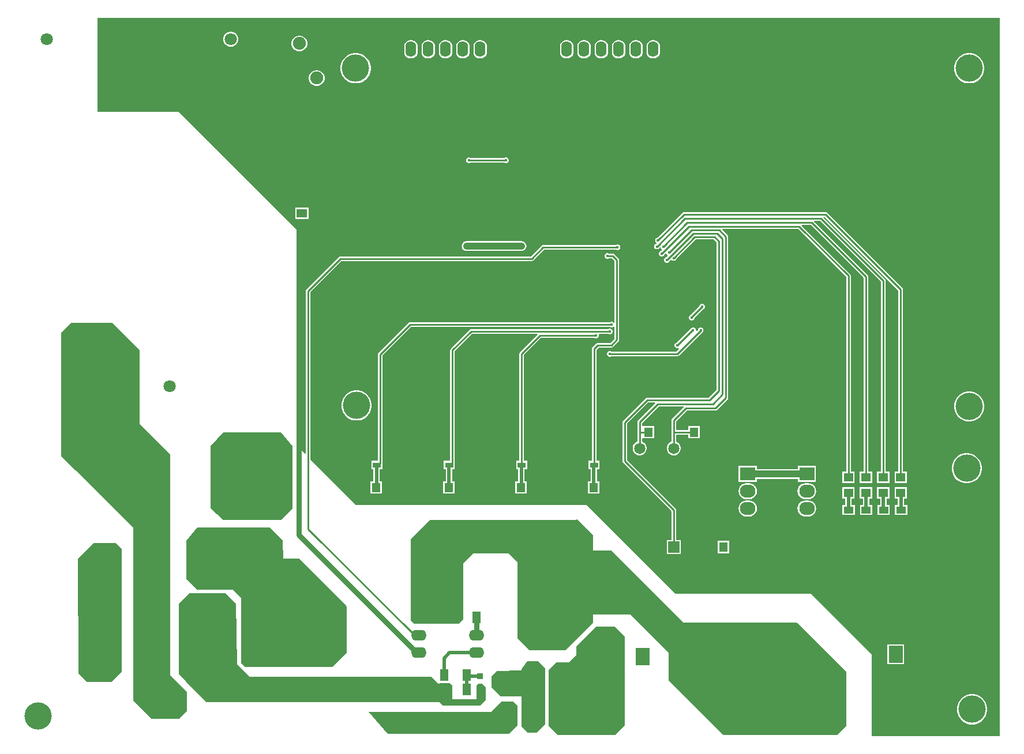
<source format=gbr>
%TF.GenerationSoftware,Altium Limited,Altium Designer,21.3.2 (30)*%
G04 Layer_Physical_Order=1*
G04 Layer_Color=255*
%FSLAX24Y24*%
%MOIN*%
%TF.SameCoordinates,B2232A1B-76E2-43D3-9B88-882A457EFEF9*%
%TF.FilePolarity,Positive*%
%TF.FileFunction,Copper,L1,Top,Signal*%
%TF.Part,Single*%
G01*
G75*
%TA.AperFunction,SMDPad,CuDef*%
%ADD10R,0.0500X0.0550*%
%ADD11O,0.0886X0.0630*%
%ADD12R,0.0500X0.0650*%
G04:AMPARAMS|DCode=13|XSize=52.8mil|YSize=129.5mil|CornerRadius=6.6mil|HoleSize=0mil|Usage=FLASHONLY|Rotation=180.000|XOffset=0mil|YOffset=0mil|HoleType=Round|Shape=RoundedRectangle|*
%AMROUNDEDRECTD13*
21,1,0.0528,0.1163,0,0,180.0*
21,1,0.0396,0.1295,0,0,180.0*
1,1,0.0132,-0.0198,0.0582*
1,1,0.0132,0.0198,0.0582*
1,1,0.0132,0.0198,-0.0582*
1,1,0.0132,-0.0198,-0.0582*
%
%ADD13ROUNDEDRECTD13*%
%ADD14R,0.0472X0.0315*%
%ADD15R,0.0550X0.0394*%
%ADD16R,0.0550X0.0500*%
%ADD17R,0.2516X0.3150*%
G04:AMPARAMS|DCode=18|XSize=41.7mil|YSize=148.8mil|CornerRadius=11.1mil|HoleSize=0mil|Usage=FLASHONLY|Rotation=0.000|XOffset=0mil|YOffset=0mil|HoleType=Round|Shape=RoundedRectangle|*
%AMROUNDEDRECTD18*
21,1,0.0417,0.1267,0,0,0.0*
21,1,0.0196,0.1488,0,0,0.0*
1,1,0.0221,0.0098,-0.0634*
1,1,0.0221,-0.0098,-0.0634*
1,1,0.0221,-0.0098,0.0634*
1,1,0.0221,0.0098,0.0634*
%
%ADD18ROUNDEDRECTD18*%
%ADD19R,0.0374X0.0354*%
%TA.AperFunction,Conductor*%
%ADD20C,0.0100*%
%ADD21C,0.0315*%
%ADD22C,0.0394*%
%ADD23C,0.0197*%
%TA.AperFunction,ComponentPad*%
%ADD24R,0.0787X0.0984*%
%ADD25C,0.1575*%
%ADD26O,0.0620X0.0900*%
%ADD27R,0.0620X0.0900*%
%ADD28O,0.0591X0.0512*%
%ADD29R,0.0591X0.0512*%
%ADD30O,0.1200X0.1000*%
%ADD31C,0.0650*%
%ADD32R,0.0650X0.0650*%
%ADD33O,0.1063X0.2126*%
%ADD34R,0.0900X0.0750*%
%ADD35O,0.0900X0.0750*%
%ADD36C,0.0709*%
%ADD37R,0.0709X0.0709*%
%ADD38C,0.0750*%
%TA.AperFunction,ViaPad*%
%ADD39C,0.0157*%
%ADD40C,0.1575*%
G36*
X56565Y-115D02*
X49150Y-115D01*
Y4620D01*
X45670Y8100D01*
X37840D01*
X32700Y13240D01*
X19370D01*
X16725Y15885D01*
Y25564D01*
X18516Y27355D01*
X29520D01*
X29520Y27355D01*
X29572Y27365D01*
X29616Y27394D01*
X30232Y28011D01*
X34383D01*
X34385Y28010D01*
X34444Y27985D01*
X34508D01*
X34568Y28010D01*
X34613Y28055D01*
X34638Y28114D01*
Y28179D01*
X34613Y28238D01*
X34568Y28283D01*
X34508Y28308D01*
X34444D01*
X34385Y28283D01*
X34383Y28282D01*
X30176D01*
X30176Y28282D01*
X30125Y28271D01*
X30081Y28242D01*
X30081Y28242D01*
X29464Y27625D01*
X18460D01*
X18408Y27615D01*
X18364Y27586D01*
X18364Y27586D01*
X16494Y25716D01*
X16465Y25672D01*
X16455Y25620D01*
X16455Y25620D01*
Y16221D01*
X16409Y16201D01*
X15910Y16700D01*
Y29180D01*
X9110Y35980D01*
X4420D01*
Y41415D01*
X56565D01*
X56565Y-115D01*
D02*
G37*
G36*
X15680Y16640D02*
Y13060D01*
X15010Y12390D01*
X11690D01*
X10970Y13060D01*
Y16640D01*
X11690Y17450D01*
X15010D01*
X15680Y16640D01*
D02*
G37*
G36*
X15140Y11190D02*
X15145Y10130D01*
X16100D01*
X18840Y7390D01*
Y4720D01*
X18010Y3890D01*
X12930D01*
X12710Y4110D01*
X12710Y7880D01*
X12240Y8350D01*
X10200D01*
X9570Y8980D01*
Y9100D01*
Y11190D01*
X10200Y11930D01*
X14400D01*
X15140Y11190D01*
D02*
G37*
G36*
X5810Y10720D02*
Y3590D01*
X5240Y3020D01*
X3800D01*
X3310Y3510D01*
X3290Y10150D01*
X4180Y11040D01*
X5490D01*
X5810Y10720D01*
D02*
G37*
G36*
X12433Y7547D02*
X12485Y4035D01*
X13220Y3300D01*
X23730D01*
X24135Y2895D01*
X24200Y2960D01*
X24800D01*
X24940Y2820D01*
Y2010D01*
X26340D01*
Y2800D01*
X26440Y2900D01*
X26650D01*
X26870Y2680D01*
Y1970D01*
X26530Y1630D01*
X24400D01*
X24170Y1860D01*
X10710D01*
X9740Y2830D01*
X9733D01*
X9661Y2909D01*
X9540Y3030D01*
Y3041D01*
X9130Y3490D01*
Y7547D01*
X9733Y8160D01*
X11820D01*
X12433Y7547D01*
D02*
G37*
G36*
X6850Y22200D02*
Y17950D01*
X8610Y16190D01*
Y3400D01*
X9590Y2420D01*
Y1350D01*
X9130Y890D01*
X7540D01*
X6500Y1930D01*
Y11930D01*
X3140Y15290D01*
X2320Y16090D01*
Y23220D01*
X2880Y23780D01*
X5270D01*
X6850Y22200D01*
D02*
G37*
G36*
X30280Y3820D02*
Y570D01*
X29780Y70D01*
X29290D01*
X28911Y450D01*
X28911Y2190D01*
X27700D01*
X27190Y2700D01*
Y3360D01*
X27490Y3660D01*
X28911Y3681D01*
Y3740D01*
X29250Y4220D01*
X29880D01*
X30280Y3820D01*
D02*
G37*
G36*
X28700Y1630D02*
Y520D01*
X28200Y20D01*
X21200D01*
X20090Y1270D01*
X27150D01*
X27770Y1890D01*
X28440D01*
X28700Y1630D01*
D02*
G37*
G36*
X33070Y11500D02*
Y10610D01*
X34140D01*
X38290Y6460D01*
X44820D01*
X47680Y3600D01*
Y470D01*
X47150Y-60D01*
X40590D01*
X37410Y3120D01*
Y4720D01*
X35220Y6910D01*
X33070D01*
Y6450D01*
X31460Y4840D01*
X29380D01*
X28690Y5530D01*
Y9940D01*
X28180Y10450D01*
X26130D01*
X25570Y9890D01*
X25570Y6630D01*
X25310Y6370D01*
X22710Y6370D01*
X22520Y6560D01*
Y11270D01*
X23640Y12390D01*
X32100D01*
X32140Y12430D01*
X33070Y11500D01*
D02*
G37*
G36*
X34890Y5640D02*
Y480D01*
X34310Y-60D01*
X31030D01*
X30490Y480D01*
Y3710D01*
X30940Y4160D01*
X31660D01*
X32080Y4580D01*
Y5060D01*
X33240Y6220D01*
X34310D01*
X34890Y5640D01*
D02*
G37*
%LPC*%
G36*
X12177Y40617D02*
X12062D01*
X11951Y40587D01*
X11852Y40530D01*
X11770Y40448D01*
X11713Y40349D01*
X11683Y40238D01*
Y40122D01*
X11713Y40011D01*
X11770Y39912D01*
X11852Y39830D01*
X11951Y39773D01*
X12062Y39743D01*
X12177D01*
X12289Y39773D01*
X12388Y39830D01*
X12470Y39912D01*
X12527Y40011D01*
X12557Y40122D01*
Y40238D01*
X12527Y40349D01*
X12470Y40448D01*
X12388Y40530D01*
X12289Y40587D01*
X12177Y40617D01*
D02*
G37*
G36*
X16150Y40388D02*
X16030D01*
X15913Y40356D01*
X15809Y40296D01*
X15724Y40211D01*
X15664Y40107D01*
X15632Y39990D01*
Y39870D01*
X15664Y39753D01*
X15724Y39649D01*
X15809Y39564D01*
X15913Y39504D01*
X16030Y39472D01*
X16150D01*
X16267Y39504D01*
X16371Y39564D01*
X16456Y39649D01*
X16516Y39753D01*
X16548Y39870D01*
Y39990D01*
X16516Y40107D01*
X16456Y40211D01*
X16371Y40296D01*
X16267Y40356D01*
X16150Y40388D01*
D02*
G37*
G36*
X36540Y40136D02*
X36437Y40123D01*
X36342Y40083D01*
X36260Y40020D01*
X36197Y39938D01*
X36157Y39843D01*
X36144Y39740D01*
Y39460D01*
X36157Y39357D01*
X36197Y39262D01*
X36260Y39180D01*
X36342Y39117D01*
X36437Y39077D01*
X36540Y39064D01*
X36643Y39077D01*
X36738Y39117D01*
X36820Y39180D01*
X36883Y39262D01*
X36923Y39357D01*
X36936Y39460D01*
Y39740D01*
X36923Y39843D01*
X36883Y39938D01*
X36820Y40020D01*
X36738Y40083D01*
X36643Y40123D01*
X36540Y40136D01*
D02*
G37*
G36*
X35540D02*
X35437Y40123D01*
X35342Y40083D01*
X35260Y40020D01*
X35197Y39938D01*
X35157Y39843D01*
X35144Y39740D01*
Y39460D01*
X35157Y39357D01*
X35197Y39262D01*
X35260Y39180D01*
X35342Y39117D01*
X35437Y39077D01*
X35540Y39064D01*
X35643Y39077D01*
X35738Y39117D01*
X35820Y39180D01*
X35883Y39262D01*
X35923Y39357D01*
X35936Y39460D01*
Y39740D01*
X35923Y39843D01*
X35883Y39938D01*
X35820Y40020D01*
X35738Y40083D01*
X35643Y40123D01*
X35540Y40136D01*
D02*
G37*
G36*
X34540D02*
X34437Y40123D01*
X34342Y40083D01*
X34260Y40020D01*
X34197Y39938D01*
X34157Y39843D01*
X34144Y39740D01*
Y39460D01*
X34157Y39357D01*
X34197Y39262D01*
X34260Y39180D01*
X34342Y39117D01*
X34437Y39077D01*
X34540Y39064D01*
X34643Y39077D01*
X34738Y39117D01*
X34820Y39180D01*
X34883Y39262D01*
X34923Y39357D01*
X34936Y39460D01*
Y39740D01*
X34923Y39843D01*
X34883Y39938D01*
X34820Y40020D01*
X34738Y40083D01*
X34643Y40123D01*
X34540Y40136D01*
D02*
G37*
G36*
X33540D02*
X33437Y40123D01*
X33342Y40083D01*
X33260Y40020D01*
X33197Y39938D01*
X33157Y39843D01*
X33144Y39740D01*
Y39460D01*
X33157Y39357D01*
X33197Y39262D01*
X33260Y39180D01*
X33342Y39117D01*
X33437Y39077D01*
X33540Y39064D01*
X33643Y39077D01*
X33738Y39117D01*
X33820Y39180D01*
X33883Y39262D01*
X33923Y39357D01*
X33936Y39460D01*
Y39740D01*
X33923Y39843D01*
X33883Y39938D01*
X33820Y40020D01*
X33738Y40083D01*
X33643Y40123D01*
X33540Y40136D01*
D02*
G37*
G36*
X32540D02*
X32437Y40123D01*
X32342Y40083D01*
X32260Y40020D01*
X32197Y39938D01*
X32157Y39843D01*
X32144Y39740D01*
Y39460D01*
X32157Y39357D01*
X32197Y39262D01*
X32260Y39180D01*
X32342Y39117D01*
X32437Y39077D01*
X32540Y39064D01*
X32643Y39077D01*
X32738Y39117D01*
X32820Y39180D01*
X32883Y39262D01*
X32923Y39357D01*
X32936Y39460D01*
Y39740D01*
X32923Y39843D01*
X32883Y39938D01*
X32820Y40020D01*
X32738Y40083D01*
X32643Y40123D01*
X32540Y40136D01*
D02*
G37*
G36*
X31540D02*
X31437Y40123D01*
X31342Y40083D01*
X31260Y40020D01*
X31197Y39938D01*
X31157Y39843D01*
X31144Y39740D01*
Y39460D01*
X31157Y39357D01*
X31197Y39262D01*
X31260Y39180D01*
X31342Y39117D01*
X31437Y39077D01*
X31540Y39064D01*
X31643Y39077D01*
X31738Y39117D01*
X31820Y39180D01*
X31883Y39262D01*
X31923Y39357D01*
X31936Y39460D01*
Y39740D01*
X31923Y39843D01*
X31883Y39938D01*
X31820Y40020D01*
X31738Y40083D01*
X31643Y40123D01*
X31540Y40136D01*
D02*
G37*
G36*
X26540D02*
X26437Y40123D01*
X26342Y40083D01*
X26260Y40020D01*
X26197Y39938D01*
X26157Y39843D01*
X26144Y39740D01*
Y39460D01*
X26157Y39357D01*
X26197Y39262D01*
X26260Y39180D01*
X26342Y39117D01*
X26437Y39077D01*
X26540Y39064D01*
X26643Y39077D01*
X26738Y39117D01*
X26820Y39180D01*
X26883Y39262D01*
X26923Y39357D01*
X26936Y39460D01*
Y39740D01*
X26923Y39843D01*
X26883Y39938D01*
X26820Y40020D01*
X26738Y40083D01*
X26643Y40123D01*
X26540Y40136D01*
D02*
G37*
G36*
X25540D02*
X25437Y40123D01*
X25342Y40083D01*
X25260Y40020D01*
X25197Y39938D01*
X25157Y39843D01*
X25144Y39740D01*
Y39460D01*
X25157Y39357D01*
X25197Y39262D01*
X25260Y39180D01*
X25342Y39117D01*
X25437Y39077D01*
X25540Y39064D01*
X25643Y39077D01*
X25738Y39117D01*
X25820Y39180D01*
X25883Y39262D01*
X25923Y39357D01*
X25936Y39460D01*
Y39740D01*
X25923Y39843D01*
X25883Y39938D01*
X25820Y40020D01*
X25738Y40083D01*
X25643Y40123D01*
X25540Y40136D01*
D02*
G37*
G36*
X24540D02*
X24437Y40123D01*
X24342Y40083D01*
X24260Y40020D01*
X24197Y39938D01*
X24157Y39843D01*
X24144Y39740D01*
Y39460D01*
X24157Y39357D01*
X24197Y39262D01*
X24260Y39180D01*
X24342Y39117D01*
X24437Y39077D01*
X24540Y39064D01*
X24643Y39077D01*
X24738Y39117D01*
X24820Y39180D01*
X24883Y39262D01*
X24923Y39357D01*
X24936Y39460D01*
Y39740D01*
X24923Y39843D01*
X24883Y39938D01*
X24820Y40020D01*
X24738Y40083D01*
X24643Y40123D01*
X24540Y40136D01*
D02*
G37*
G36*
X23540D02*
X23437Y40123D01*
X23342Y40083D01*
X23260Y40020D01*
X23197Y39938D01*
X23157Y39843D01*
X23144Y39740D01*
Y39460D01*
X23157Y39357D01*
X23197Y39262D01*
X23260Y39180D01*
X23342Y39117D01*
X23437Y39077D01*
X23540Y39064D01*
X23643Y39077D01*
X23738Y39117D01*
X23820Y39180D01*
X23883Y39262D01*
X23923Y39357D01*
X23936Y39460D01*
Y39740D01*
X23923Y39843D01*
X23883Y39938D01*
X23820Y40020D01*
X23738Y40083D01*
X23643Y40123D01*
X23540Y40136D01*
D02*
G37*
G36*
X22540D02*
X22437Y40123D01*
X22342Y40083D01*
X22260Y40020D01*
X22197Y39938D01*
X22157Y39843D01*
X22144Y39740D01*
Y39460D01*
X22157Y39357D01*
X22197Y39262D01*
X22260Y39180D01*
X22342Y39117D01*
X22437Y39077D01*
X22540Y39064D01*
X22643Y39077D01*
X22738Y39117D01*
X22820Y39180D01*
X22883Y39262D01*
X22923Y39357D01*
X22936Y39460D01*
Y39740D01*
X22923Y39843D01*
X22883Y39938D01*
X22820Y40020D01*
X22738Y40083D01*
X22643Y40123D01*
X22540Y40136D01*
D02*
G37*
G36*
X54876Y39370D02*
X54704D01*
X54536Y39337D01*
X54378Y39271D01*
X54235Y39176D01*
X54114Y39055D01*
X54019Y38912D01*
X53953Y38754D01*
X53920Y38586D01*
Y38414D01*
X53953Y38246D01*
X54019Y38088D01*
X54114Y37945D01*
X54235Y37824D01*
X54378Y37729D01*
X54536Y37663D01*
X54704Y37630D01*
X54876D01*
X55044Y37663D01*
X55202Y37729D01*
X55345Y37824D01*
X55466Y37945D01*
X55561Y38088D01*
X55627Y38246D01*
X55660Y38414D01*
Y38586D01*
X55627Y38754D01*
X55561Y38912D01*
X55466Y39055D01*
X55345Y39176D01*
X55202Y39271D01*
X55044Y39337D01*
X54876Y39370D01*
D02*
G37*
G36*
X19426D02*
X19254D01*
X19086Y39337D01*
X18928Y39271D01*
X18785Y39176D01*
X18664Y39055D01*
X18569Y38912D01*
X18503Y38754D01*
X18470Y38586D01*
Y38414D01*
X18503Y38246D01*
X18569Y38088D01*
X18664Y37945D01*
X18785Y37824D01*
X18928Y37729D01*
X19086Y37663D01*
X19254Y37630D01*
X19426D01*
X19594Y37663D01*
X19752Y37729D01*
X19895Y37824D01*
X20016Y37945D01*
X20111Y38088D01*
X20177Y38246D01*
X20210Y38414D01*
Y38586D01*
X20177Y38754D01*
X20111Y38912D01*
X20016Y39055D01*
X19895Y39176D01*
X19752Y39271D01*
X19594Y39337D01*
X19426Y39370D01*
D02*
G37*
G36*
X17150Y38388D02*
X17030D01*
X16913Y38356D01*
X16809Y38296D01*
X16724Y38211D01*
X16664Y38107D01*
X16632Y37990D01*
Y37870D01*
X16664Y37753D01*
X16724Y37649D01*
X16809Y37564D01*
X16913Y37504D01*
X17030Y37472D01*
X17150D01*
X17267Y37504D01*
X17371Y37564D01*
X17456Y37649D01*
X17516Y37753D01*
X17548Y37870D01*
Y37990D01*
X17516Y38107D01*
X17456Y38211D01*
X17371Y38296D01*
X17267Y38356D01*
X17150Y38388D01*
D02*
G37*
G36*
X28062Y33331D02*
X27998D01*
X27939Y33307D01*
X27937Y33305D01*
X25973D01*
X25971Y33307D01*
X25912Y33331D01*
X25848D01*
X25789Y33307D01*
X25743Y33261D01*
X25719Y33202D01*
Y33138D01*
X25743Y33079D01*
X25789Y33033D01*
X25848Y33009D01*
X25912D01*
X25971Y33033D01*
X25973Y33035D01*
X27937D01*
X27939Y33033D01*
X27998Y33009D01*
X28062D01*
X28121Y33033D01*
X28167Y33079D01*
X28191Y33138D01*
Y33202D01*
X28167Y33261D01*
X28121Y33307D01*
X28062Y33331D01*
D02*
G37*
G36*
X46490Y30195D02*
X46490Y30195D01*
X38313D01*
X38313Y30195D01*
X38261Y30185D01*
X38217Y30156D01*
X38217Y30156D01*
X36779Y28718D01*
X36777D01*
X36718Y28693D01*
X36672Y28648D01*
X36648Y28589D01*
Y28524D01*
X36672Y28465D01*
X36713Y28424D01*
X36722Y28408D01*
X36723Y28403D01*
X36714Y28356D01*
X36654Y28331D01*
X36609Y28286D01*
X36584Y28226D01*
Y28162D01*
X36609Y28103D01*
X36654Y28057D01*
X36714Y28033D01*
X36778D01*
X36837Y28057D01*
X36883Y28103D01*
X36901Y28147D01*
X36943Y28142D01*
X36952Y28139D01*
X36975Y28082D01*
X37021Y28036D01*
X37032Y28032D01*
X37041Y27983D01*
X37000Y27941D01*
X36998D01*
X36939Y27917D01*
X36893Y27871D01*
X36869Y27812D01*
Y27748D01*
X36893Y27689D01*
X36939Y27643D01*
X36998Y27619D01*
X37062D01*
X37121Y27643D01*
X37167Y27689D01*
X37191Y27748D01*
Y27750D01*
X37248Y27807D01*
X37300Y27788D01*
X37319Y27743D01*
X37358Y27704D01*
X37367Y27681D01*
X37374Y27649D01*
X37298Y27573D01*
X37296D01*
X37237Y27549D01*
X37191Y27503D01*
X37167Y27444D01*
Y27380D01*
X37191Y27320D01*
X37237Y27275D01*
X37296Y27250D01*
X37360D01*
X37420Y27275D01*
X37465Y27320D01*
X37490Y27380D01*
Y27382D01*
X37532Y27424D01*
X37595Y27417D01*
X37622Y27389D01*
X37682Y27365D01*
X37746D01*
X37805Y27389D01*
X37851Y27435D01*
X37875Y27494D01*
Y27496D01*
X38994Y28615D01*
X40024D01*
X40205Y28434D01*
Y19906D01*
X39744Y19445D01*
X36180D01*
X36180Y19445D01*
X36128Y19435D01*
X36084Y19406D01*
X36084Y19406D01*
X34784Y18106D01*
X34755Y18062D01*
X34745Y18010D01*
X34745Y18010D01*
Y15794D01*
X34745Y15794D01*
X34755Y15742D01*
X34784Y15698D01*
X37589Y12893D01*
Y11222D01*
X37317D01*
Y10407D01*
X38132D01*
Y11222D01*
X37860D01*
Y12950D01*
X37860Y12950D01*
X37849Y13001D01*
X37820Y13045D01*
X37820Y13045D01*
X35015Y15850D01*
Y17954D01*
X36236Y19175D01*
X36628D01*
X36647Y19129D01*
X35660Y18141D01*
X35631Y18098D01*
X35620Y18046D01*
X35620Y18046D01*
Y17410D01*
X35620Y17410D01*
X35620Y17410D01*
Y16908D01*
X35598Y16902D01*
X35506Y16849D01*
X35430Y16773D01*
X35376Y16680D01*
X35348Y16576D01*
Y16469D01*
X35376Y16365D01*
X35430Y16273D01*
X35506Y16197D01*
X35598Y16143D01*
X35702Y16115D01*
X35809D01*
X35913Y16143D01*
X36006Y16197D01*
X36082Y16273D01*
X36135Y16365D01*
X36163Y16469D01*
Y16576D01*
X36135Y16680D01*
X36082Y16773D01*
X36006Y16849D01*
X35913Y16902D01*
X35891Y16908D01*
Y17093D01*
X35937Y17102D01*
Y17102D01*
X36603D01*
Y17818D01*
X35937D01*
Y17818D01*
X35891Y17827D01*
Y17990D01*
X36856Y18955D01*
X38283D01*
X38303Y18905D01*
X37629Y18230D01*
X37599Y18186D01*
X37589Y18134D01*
X37589Y18134D01*
Y17440D01*
X37589Y17440D01*
X37589Y17440D01*
Y16908D01*
X37567Y16902D01*
X37474Y16849D01*
X37398Y16773D01*
X37345Y16680D01*
X37317Y16576D01*
Y16469D01*
X37345Y16365D01*
X37398Y16273D01*
X37474Y16197D01*
X37567Y16143D01*
X37671Y16115D01*
X37778D01*
X37882Y16143D01*
X37974Y16197D01*
X38050Y16273D01*
X38104Y16365D01*
X38132Y16469D01*
Y16576D01*
X38104Y16680D01*
X38050Y16773D01*
X37974Y16849D01*
X37882Y16902D01*
X37860Y16908D01*
Y17325D01*
X38567D01*
Y17102D01*
X39233D01*
Y17818D01*
X38567D01*
Y17595D01*
X37860D01*
Y18078D01*
X38486Y18705D01*
X40130D01*
X40130Y18705D01*
X40182Y18715D01*
X40226Y18744D01*
X40826Y19344D01*
X40826Y19344D01*
X40855Y19388D01*
X40865Y19440D01*
X40865Y19440D01*
Y28760D01*
X40855Y28812D01*
X40826Y28856D01*
X40826Y28856D01*
X40513Y29169D01*
X40532Y29215D01*
X44914D01*
X47678Y26451D01*
Y15194D01*
X47455D01*
Y14528D01*
X48171D01*
Y15194D01*
X47948D01*
Y26507D01*
X47938Y26559D01*
X47909Y26602D01*
X47909Y26602D01*
X45123Y29389D01*
X45142Y29435D01*
X45644D01*
X48686Y26392D01*
Y15194D01*
X48464D01*
Y14528D01*
X49179D01*
Y15194D01*
X48957D01*
Y26449D01*
X48957Y26449D01*
X48946Y26500D01*
X48917Y26544D01*
X48917Y26544D01*
X45837Y29625D01*
X45857Y29675D01*
X46184D01*
X49695Y26164D01*
Y15194D01*
X49472D01*
Y14528D01*
X50188D01*
Y15194D01*
X49965D01*
Y26220D01*
X49965Y26220D01*
X49955Y26272D01*
X49925Y26316D01*
X49925Y26316D01*
X46367Y29875D01*
X46387Y29925D01*
X46434D01*
X50703Y25656D01*
Y15194D01*
X50480D01*
Y14528D01*
X51196D01*
Y15194D01*
X50973D01*
Y25712D01*
X50973Y25712D01*
X50963Y25764D01*
X50934Y25808D01*
X50934Y25808D01*
X46586Y30156D01*
X46542Y30185D01*
X46490Y30195D01*
D02*
G37*
G36*
X16618Y30449D02*
X15862D01*
Y29771D01*
X16618D01*
Y30449D01*
D02*
G37*
G36*
X28930Y28502D02*
X25750D01*
X25677Y28492D01*
X25609Y28464D01*
X25551Y28419D01*
X25506Y28361D01*
X25478Y28293D01*
X25468Y28220D01*
X25478Y28147D01*
X25506Y28079D01*
X25551Y28021D01*
X25609Y27976D01*
X25677Y27948D01*
X25750Y27938D01*
X28930D01*
X29003Y27948D01*
X29071Y27976D01*
X29129Y28021D01*
X29174Y28079D01*
X29202Y28147D01*
X29212Y28220D01*
X29202Y28293D01*
X29174Y28361D01*
X29129Y28419D01*
X29071Y28464D01*
X29003Y28492D01*
X28930Y28502D01*
D02*
G37*
G36*
X39392Y24871D02*
X39328D01*
X39269Y24847D01*
X39223Y24801D01*
X39199Y24742D01*
Y24740D01*
X38680Y24222D01*
X38669Y24217D01*
X38623Y24171D01*
X38599Y24112D01*
Y24048D01*
X38623Y23989D01*
X38669Y23943D01*
X38728Y23919D01*
X38792D01*
X38851Y23943D01*
X38897Y23989D01*
X38921Y24048D01*
Y24080D01*
X39390Y24549D01*
X39392D01*
X39451Y24573D01*
X39497Y24619D01*
X39521Y24678D01*
Y24742D01*
X39497Y24801D01*
X39451Y24847D01*
X39392Y24871D01*
D02*
G37*
G36*
X33917Y27816D02*
X33852D01*
X33793Y27791D01*
X33748Y27746D01*
X33723Y27687D01*
Y27622D01*
X33748Y27563D01*
X33793Y27518D01*
X33852Y27493D01*
X33917D01*
X33969Y27515D01*
X34144D01*
X34305Y27354D01*
Y23814D01*
X34255Y23794D01*
X34231Y23817D01*
X34172Y23841D01*
X34108D01*
X34049Y23817D01*
X34047Y23815D01*
X22480D01*
X22480Y23815D01*
X22428Y23805D01*
X22384Y23776D01*
X22384Y23776D01*
X20659Y22050D01*
X20629Y22006D01*
X20619Y21954D01*
X20619Y21954D01*
Y15800D01*
X20249D01*
Y15320D01*
X20366D01*
Y14618D01*
X20201D01*
Y13902D01*
X20866D01*
Y14618D01*
X20735D01*
Y15320D01*
X20887D01*
Y15654D01*
X20889Y15667D01*
X20889Y15667D01*
Y21898D01*
X22536Y23545D01*
X34047D01*
X34049Y23543D01*
X34108Y23519D01*
X34172D01*
X34231Y23543D01*
X34255Y23566D01*
X34305Y23546D01*
Y22856D01*
X34074Y22625D01*
X33340D01*
X33340Y22625D01*
X33288Y22615D01*
X33244Y22586D01*
X33244Y22586D01*
X33028Y22369D01*
X32999Y22325D01*
X32988Y22274D01*
X32988Y22274D01*
Y15800D01*
X32805D01*
Y15320D01*
X32922D01*
Y14618D01*
X32756D01*
Y13902D01*
X33422D01*
Y14618D01*
X33291D01*
Y15320D01*
X33443D01*
Y15800D01*
X33259D01*
Y22218D01*
X33396Y22355D01*
X34130D01*
X34130Y22355D01*
X34182Y22365D01*
X34226Y22394D01*
X34536Y22704D01*
X34536Y22704D01*
X34565Y22748D01*
X34575Y22800D01*
Y27410D01*
X34565Y27462D01*
X34536Y27506D01*
X34536Y27506D01*
X34296Y27746D01*
X34252Y27775D01*
X34200Y27785D01*
X34200Y27785D01*
X33982D01*
X33976Y27791D01*
X33917Y27816D01*
D02*
G37*
G36*
X39312Y23511D02*
X39248D01*
X39189Y23487D01*
X39143Y23441D01*
X39119Y23382D01*
Y23380D01*
X39051Y23313D01*
X39001Y23333D01*
Y23372D01*
X38977Y23431D01*
X38931Y23477D01*
X38872Y23501D01*
X38808D01*
X38749Y23477D01*
X38703Y23431D01*
X38703Y23431D01*
X37907Y22635D01*
X37904D01*
X37845Y22610D01*
X37800Y22565D01*
X37775Y22506D01*
Y22441D01*
X37800Y22382D01*
X37845Y22337D01*
X37904Y22312D01*
X37969D01*
X37988Y22320D01*
X38016Y22278D01*
X37864Y22125D01*
X34123D01*
X34121Y22127D01*
X34062Y22151D01*
X33998D01*
X33939Y22127D01*
X33893Y22081D01*
X33869Y22022D01*
Y21958D01*
X33893Y21899D01*
X33939Y21853D01*
X33998Y21829D01*
X34062D01*
X34121Y21853D01*
X34123Y21855D01*
X37920D01*
X37920Y21855D01*
X37972Y21865D01*
X38016Y21894D01*
X39310Y23189D01*
X39312D01*
X39371Y23213D01*
X39417Y23259D01*
X39441Y23318D01*
Y23382D01*
X39417Y23441D01*
X39371Y23487D01*
X39312Y23511D01*
D02*
G37*
G36*
X34062Y23441D02*
X33998D01*
X33939Y23417D01*
X33937Y23415D01*
X26020D01*
X25968Y23405D01*
X25924Y23376D01*
X25924Y23376D01*
X24844Y22295D01*
X24814Y22251D01*
X24804Y22199D01*
X24804Y22199D01*
Y15800D01*
X24434D01*
Y15320D01*
X24551D01*
Y14618D01*
X24386D01*
Y13902D01*
X25051D01*
Y14618D01*
X24921D01*
Y15320D01*
X25072D01*
Y15654D01*
X25075Y15667D01*
X25075Y15667D01*
Y22143D01*
X26076Y23145D01*
X29833D01*
X29853Y23095D01*
X28843Y22084D01*
X28813Y22040D01*
X28803Y21988D01*
X28803Y21988D01*
Y15800D01*
X28620D01*
Y15320D01*
X28737D01*
Y14618D01*
X28571D01*
Y13902D01*
X29237D01*
Y14618D01*
X29106D01*
Y15320D01*
X29257D01*
Y15800D01*
X29074D01*
Y21932D01*
X30046Y22904D01*
X33144D01*
X33146Y22903D01*
X33205Y22878D01*
X33269D01*
X33328Y22903D01*
X33374Y22948D01*
X33398Y23008D01*
Y23072D01*
X33389Y23095D01*
X33422Y23145D01*
X33937D01*
X33939Y23143D01*
X33998Y23119D01*
X34062D01*
X34121Y23143D01*
X34167Y23189D01*
X34191Y23248D01*
Y23312D01*
X34167Y23371D01*
X34121Y23417D01*
X34062Y23441D01*
D02*
G37*
G36*
X19476Y19870D02*
X19304D01*
X19136Y19837D01*
X18978Y19771D01*
X18835Y19676D01*
X18714Y19555D01*
X18619Y19412D01*
X18553Y19254D01*
X18520Y19086D01*
Y18914D01*
X18553Y18746D01*
X18619Y18588D01*
X18714Y18445D01*
X18835Y18324D01*
X18978Y18229D01*
X19136Y18163D01*
X19304Y18130D01*
X19476D01*
X19644Y18163D01*
X19802Y18229D01*
X19945Y18324D01*
X20066Y18445D01*
X20161Y18588D01*
X20227Y18746D01*
X20260Y18914D01*
Y19086D01*
X20227Y19254D01*
X20161Y19412D01*
X20066Y19555D01*
X19945Y19676D01*
X19802Y19771D01*
X19644Y19837D01*
X19476Y19870D01*
D02*
G37*
G36*
X54876Y19820D02*
X54704D01*
X54536Y19787D01*
X54378Y19721D01*
X54235Y19626D01*
X54114Y19505D01*
X54019Y19362D01*
X53953Y19204D01*
X53920Y19036D01*
Y18864D01*
X53953Y18696D01*
X54019Y18538D01*
X54114Y18395D01*
X54235Y18274D01*
X54378Y18179D01*
X54536Y18113D01*
X54704Y18080D01*
X54876D01*
X55044Y18113D01*
X55202Y18179D01*
X55345Y18274D01*
X55466Y18395D01*
X55561Y18538D01*
X55627Y18696D01*
X55660Y18864D01*
Y19036D01*
X55627Y19204D01*
X55561Y19362D01*
X55466Y19505D01*
X55345Y19626D01*
X55202Y19721D01*
X55044Y19787D01*
X54876Y19820D01*
D02*
G37*
G36*
X45943Y15498D02*
X44877D01*
Y15322D01*
X42533D01*
Y15498D01*
X41467D01*
Y14582D01*
X42533D01*
Y14758D01*
X44877D01*
Y14582D01*
X45943D01*
Y15498D01*
D02*
G37*
G36*
X54736Y16240D02*
X54564D01*
X54396Y16207D01*
X54238Y16141D01*
X54095Y16046D01*
X53974Y15925D01*
X53879Y15782D01*
X53813Y15624D01*
X53780Y15456D01*
Y15284D01*
X53813Y15116D01*
X53879Y14958D01*
X53974Y14815D01*
X54095Y14694D01*
X54238Y14599D01*
X54396Y14533D01*
X54564Y14500D01*
X54736D01*
X54904Y14533D01*
X55062Y14599D01*
X55205Y14694D01*
X55326Y14815D01*
X55421Y14958D01*
X55487Y15116D01*
X55520Y15284D01*
Y15456D01*
X55487Y15624D01*
X55421Y15782D01*
X55326Y15925D01*
X55205Y16046D01*
X55062Y16141D01*
X54904Y16207D01*
X54736Y16240D01*
D02*
G37*
G36*
X45485Y14502D02*
X45335D01*
X45216Y14486D01*
X45104Y14440D01*
X45009Y14366D01*
X44935Y14271D01*
X44889Y14159D01*
X44873Y14040D01*
X44889Y13921D01*
X44935Y13809D01*
X45009Y13714D01*
X45104Y13640D01*
X45216Y13594D01*
X45335Y13578D01*
X45485D01*
X45604Y13594D01*
X45716Y13640D01*
X45811Y13714D01*
X45885Y13809D01*
X45931Y13921D01*
X45947Y14040D01*
X45931Y14159D01*
X45885Y14271D01*
X45811Y14366D01*
X45716Y14440D01*
X45604Y14486D01*
X45485Y14502D01*
D02*
G37*
G36*
X42075D02*
X41925D01*
X41806Y14486D01*
X41694Y14440D01*
X41599Y14366D01*
X41525Y14271D01*
X41479Y14159D01*
X41463Y14040D01*
X41479Y13921D01*
X41525Y13809D01*
X41599Y13714D01*
X41694Y13640D01*
X41806Y13594D01*
X41925Y13578D01*
X42075D01*
X42194Y13594D01*
X42306Y13640D01*
X42401Y13714D01*
X42475Y13809D01*
X42521Y13921D01*
X42537Y14040D01*
X42521Y14159D01*
X42475Y14271D01*
X42401Y14366D01*
X42306Y14440D01*
X42194Y14486D01*
X42075Y14502D01*
D02*
G37*
G36*
X51196Y14294D02*
X50480D01*
Y13628D01*
X50661D01*
Y13231D01*
X50495D01*
Y12672D01*
X51211D01*
Y13231D01*
X51030D01*
Y13628D01*
X51196D01*
Y14294D01*
D02*
G37*
G36*
X50188D02*
X49472D01*
Y13628D01*
X49653D01*
Y13231D01*
X49487D01*
Y12672D01*
X50202D01*
Y13231D01*
X50022D01*
Y13628D01*
X50188D01*
Y14294D01*
D02*
G37*
G36*
X49179D02*
X48464D01*
Y13628D01*
X48644D01*
Y13231D01*
X48479D01*
Y12672D01*
X49194D01*
Y13231D01*
X49014D01*
Y13628D01*
X49179D01*
Y14294D01*
D02*
G37*
G36*
X48171D02*
X47455D01*
Y13628D01*
X47636D01*
Y13231D01*
X47470D01*
Y12672D01*
X48186D01*
Y13231D01*
X48005D01*
Y13628D01*
X48171D01*
Y14294D01*
D02*
G37*
G36*
X45485Y13502D02*
X45335D01*
X45216Y13486D01*
X45104Y13440D01*
X45009Y13366D01*
X44935Y13271D01*
X44889Y13159D01*
X44873Y13040D01*
X44889Y12921D01*
X44935Y12809D01*
X45009Y12714D01*
X45104Y12640D01*
X45216Y12594D01*
X45335Y12578D01*
X45485D01*
X45604Y12594D01*
X45716Y12640D01*
X45811Y12714D01*
X45885Y12809D01*
X45931Y12921D01*
X45947Y13040D01*
X45931Y13159D01*
X45885Y13271D01*
X45811Y13366D01*
X45716Y13440D01*
X45604Y13486D01*
X45485Y13502D01*
D02*
G37*
G36*
X42075D02*
X41925D01*
X41806Y13486D01*
X41694Y13440D01*
X41599Y13366D01*
X41525Y13271D01*
X41479Y13159D01*
X41463Y13040D01*
X41479Y12921D01*
X41525Y12809D01*
X41599Y12714D01*
X41694Y12640D01*
X41806Y12594D01*
X41925Y12578D01*
X42075D01*
X42194Y12594D01*
X42306Y12640D01*
X42401Y12714D01*
X42475Y12809D01*
X42521Y12921D01*
X42537Y13040D01*
X42521Y13159D01*
X42475Y13271D01*
X42401Y13366D01*
X42306Y13440D01*
X42194Y13486D01*
X42075Y13502D01*
D02*
G37*
G36*
X40933Y11168D02*
X40267D01*
Y10452D01*
X40933D01*
Y11168D01*
D02*
G37*
G36*
X51026Y5195D02*
X50074D01*
Y4045D01*
X51026D01*
Y5195D01*
D02*
G37*
G36*
X55046Y2300D02*
X54874D01*
X54706Y2267D01*
X54548Y2201D01*
X54405Y2106D01*
X54284Y1985D01*
X54189Y1842D01*
X54123Y1684D01*
X54090Y1516D01*
Y1344D01*
X54123Y1176D01*
X54189Y1018D01*
X54284Y875D01*
X54405Y754D01*
X54548Y659D01*
X54706Y593D01*
X54874Y560D01*
X55046D01*
X55214Y593D01*
X55372Y659D01*
X55515Y754D01*
X55636Y875D01*
X55731Y1018D01*
X55797Y1176D01*
X55830Y1344D01*
Y1516D01*
X55797Y1684D01*
X55731Y1842D01*
X55636Y1985D01*
X55515Y2106D01*
X55372Y2201D01*
X55214Y2267D01*
X55046Y2300D01*
D02*
G37*
%LPD*%
D10*
X39800Y17460D02*
D03*
X38900D02*
D03*
X37170D02*
D03*
X36270D02*
D03*
X39700Y10810D02*
D03*
X40600D02*
D03*
X23819Y14260D02*
D03*
X24719D02*
D03*
X28004D02*
D03*
X28904D02*
D03*
X32189D02*
D03*
X33089D02*
D03*
X19633D02*
D03*
X20533D02*
D03*
D11*
X26323Y5700D02*
D03*
Y4700D02*
D03*
X22977D02*
D03*
Y5700D02*
D03*
D12*
X26320Y6740D02*
D03*
X25020D02*
D03*
X29500Y1330D02*
D03*
X28200D02*
D03*
X24450Y2590D02*
D03*
X25750D02*
D03*
X25750Y3420D02*
D03*
X24450D02*
D03*
D13*
X5394Y9520D02*
D03*
X7086D02*
D03*
D14*
X30368Y15560D02*
D03*
X33124D02*
D03*
X26183D02*
D03*
X28938D02*
D03*
X21997D02*
D03*
X24753D02*
D03*
X17812D02*
D03*
X20568D02*
D03*
D15*
X50853Y12051D02*
D03*
Y12951D02*
D03*
X49845Y12051D02*
D03*
Y12951D02*
D03*
X48836Y12051D02*
D03*
Y12951D02*
D03*
X47828Y12051D02*
D03*
Y12951D02*
D03*
D16*
X49830Y14861D02*
D03*
Y13961D02*
D03*
X47813Y14861D02*
D03*
Y13961D02*
D03*
X48821D02*
D03*
Y14861D02*
D03*
X50838Y13961D02*
D03*
Y14861D02*
D03*
D17*
X30510Y7199D02*
D03*
D18*
X31510Y2990D02*
D03*
X29510D02*
D03*
D19*
X26518Y2606D02*
D03*
X27502Y2980D02*
D03*
X26518Y3354D02*
D03*
D20*
X36746Y28194D02*
X36746D01*
X36809Y28556D02*
X38313Y30060D01*
X46490D01*
X36746Y28194D02*
X38362Y29810D01*
X46240D01*
X37030Y27780D02*
X38600Y29350D01*
X44970D01*
X38509Y29570D02*
X45700D01*
X37112Y28173D02*
X38509Y29570D01*
X38856Y28940D02*
X40240D01*
X38761Y29140D02*
X40350D01*
X38938Y28750D02*
X40080D01*
X35756Y17410D02*
Y18046D01*
X37714Y27526D02*
X38938Y28750D01*
X37456Y27834D02*
X38761Y29140D01*
X37328Y27412D02*
X38856Y28940D01*
X22480Y23680D02*
X34140D01*
X20754Y21954D02*
X22480Y23680D01*
X33889Y27650D02*
X34200D01*
X33884Y27654D02*
X33889Y27650D01*
X22750Y5700D02*
X22977D01*
X16590Y11860D02*
Y25620D01*
Y11860D02*
X22750Y5700D01*
X37724Y17440D02*
Y18134D01*
Y16523D02*
Y17440D01*
X37744Y17460D02*
X38900D01*
X37724Y17440D02*
X37744Y17460D01*
X35756Y16523D02*
Y17410D01*
X35806Y17460D01*
X36270D01*
X26320Y6740D02*
X26323Y6737D01*
X37724Y10814D02*
Y12950D01*
X34880Y15794D02*
X37724Y12950D01*
X40000Y19090D02*
X40540Y19630D01*
Y28640D01*
X36800Y19090D02*
X40000D01*
X39800Y19310D02*
X40340Y19850D01*
X36180Y19310D02*
X39800D01*
X40340Y19850D02*
Y28490D01*
X34880Y18010D02*
X36180Y19310D01*
X34880Y15794D02*
Y18010D01*
X35756Y18046D02*
X36800Y19090D01*
X40730Y19440D02*
Y28760D01*
X38430Y18840D02*
X40130D01*
X40730Y19440D01*
X37724Y18134D02*
X38430Y18840D01*
X40080Y28750D02*
X40340Y28490D01*
X40240Y28940D02*
X40540Y28640D01*
X40350Y29140D02*
X40730Y28760D01*
X45700Y29570D02*
X48821Y26449D01*
X44970Y29350D02*
X47813Y26507D01*
Y14861D02*
Y26507D01*
X48821Y14861D02*
Y26449D01*
X46240Y29810D02*
X49830Y26220D01*
Y14861D02*
Y26220D01*
X46490Y30060D02*
X50838Y25712D01*
Y14861D02*
Y25712D01*
X34200Y27650D02*
X34440Y27410D01*
Y22800D02*
Y27410D01*
X34130Y22490D02*
X34440Y22800D01*
X33340Y22490D02*
X34130D01*
X33124Y22274D02*
X33340Y22490D01*
X33124Y15560D02*
Y22274D01*
X34030Y21990D02*
X37920D01*
X28938Y15560D02*
Y21988D01*
X29990Y23040D02*
X33237D01*
X28938Y21988D02*
X29990Y23040D01*
X24939Y15667D02*
Y22199D01*
X26020Y23280D02*
X34030D01*
X24939Y22199D02*
X26020Y23280D01*
X24832Y15560D02*
X24939Y15667D01*
X24753Y15560D02*
X24832D01*
X20754Y15667D02*
Y21954D01*
X20647Y15560D02*
X20754Y15667D01*
X20568Y15560D02*
X20647D01*
X22860Y4700D02*
X22977D01*
X18460Y27490D02*
X29520D01*
X16590Y25620D02*
X18460Y27490D01*
X29520D02*
X30176Y28146D01*
X34476D01*
X25880Y33170D02*
X28030D01*
X38760Y24080D02*
Y24110D01*
X39360Y24710D01*
X37920Y21990D02*
X39280Y23350D01*
X37937Y22473D02*
X38800Y23337D01*
X38837D01*
X38840Y23340D01*
D21*
X26323Y5700D02*
Y6737D01*
X16060Y11500D02*
Y24144D01*
Y11500D02*
X22860Y4700D01*
D22*
X25750Y28220D02*
X28930D01*
X42000Y15040D02*
X45410D01*
D23*
X50838Y13961D02*
X50846Y13954D01*
Y12959D02*
Y13954D01*
Y12959D02*
X50853Y12951D01*
X49837Y12959D02*
Y13954D01*
Y12959D02*
X49845Y12951D01*
X49830Y13961D02*
X49837Y13954D01*
X48829Y12959D02*
X48836Y12951D01*
X48821Y13961D02*
X48829Y13954D01*
Y12959D02*
Y13954D01*
X47813Y13961D02*
X47821Y13954D01*
Y12959D02*
Y13954D01*
Y12959D02*
X47828Y12951D01*
X24760Y4700D02*
X26323D01*
X24450Y4390D02*
X24760Y4700D01*
X24450Y3420D02*
Y4390D01*
X25750Y3420D02*
X25816Y3354D01*
X25750Y3420D02*
X25750Y3420D01*
X25816Y3354D02*
X26518D01*
X25750Y2590D02*
Y3420D01*
Y2590D02*
X25750Y2590D01*
X33106Y14277D02*
Y15543D01*
X33124Y15560D01*
X33089Y14260D02*
X33106Y14277D01*
X28921D02*
Y15543D01*
X28938Y15560D01*
X28904Y14260D02*
X28921Y14277D01*
X24736Y15543D02*
X24753Y15560D01*
X24736Y14277D02*
Y15543D01*
X24719Y14260D02*
X24736Y14277D01*
X20533Y14260D02*
X20551Y14277D01*
Y15543D02*
X20568Y15560D01*
X20551Y14277D02*
Y15543D01*
D24*
X13440Y4480D02*
D03*
X11440D02*
D03*
X52550Y4620D02*
D03*
X50550D02*
D03*
X33920Y4480D02*
D03*
X35920D02*
D03*
X5150D02*
D03*
X7150D02*
D03*
D25*
X19340Y38500D02*
D03*
X19390Y19000D02*
D03*
X54790Y38500D02*
D03*
Y18950D02*
D03*
D26*
X36540Y39600D02*
D03*
X35540D02*
D03*
X34540D02*
D03*
X33540D02*
D03*
X32540D02*
D03*
X31540D02*
D03*
X30540D02*
D03*
X29540D02*
D03*
X28540D02*
D03*
X27540D02*
D03*
X26540D02*
D03*
X25540D02*
D03*
X24540D02*
D03*
X23540D02*
D03*
X22540D02*
D03*
D27*
X21540D02*
D03*
D28*
X16240Y29110D02*
D03*
X10750Y7840D02*
D03*
D29*
X16240Y30110D02*
D03*
X10750Y8840D02*
D03*
D30*
X13440Y15770D02*
D03*
Y7270D02*
D03*
Y9270D02*
D03*
Y13770D02*
D03*
D31*
X35756Y10814D02*
D03*
Y16523D02*
D03*
X36740D02*
D03*
X37724D02*
D03*
D32*
Y10814D02*
D03*
D33*
X34909Y13570D02*
D03*
X38571D02*
D03*
D34*
X42000Y15040D02*
D03*
X45410D02*
D03*
D35*
X42000Y14040D02*
D03*
Y13040D02*
D03*
Y12040D02*
D03*
X45410Y14040D02*
D03*
Y13040D02*
D03*
Y12040D02*
D03*
D36*
X8577Y20101D02*
D03*
X1490Y40180D02*
D03*
X12120D02*
D03*
D37*
X5033Y20101D02*
D03*
D38*
X17090Y37930D02*
D03*
X16090Y39930D02*
D03*
X15090Y37930D02*
D03*
D39*
X36809Y28556D02*
D03*
X37030Y27780D02*
D03*
X37112Y28173D02*
D03*
X36746Y28194D02*
D03*
X38379Y30271D02*
D03*
X37456Y27834D02*
D03*
X37714Y27526D02*
D03*
X34140Y23680D02*
D03*
X33884Y27654D02*
D03*
X56489Y41286D02*
D03*
X56096Y40499D02*
D03*
X56489Y39711D02*
D03*
X56096Y38924D02*
D03*
X56489Y38137D02*
D03*
X56096Y37349D02*
D03*
X56489Y36562D02*
D03*
X56096Y35774D02*
D03*
X56489Y34987D02*
D03*
X56096Y34200D02*
D03*
X56489Y33412D02*
D03*
X56096Y32625D02*
D03*
X56489Y31837D02*
D03*
X56096Y31050D02*
D03*
X56489Y30263D02*
D03*
X56096Y29475D02*
D03*
X56489Y28688D02*
D03*
X56096Y27900D02*
D03*
X56489Y27113D02*
D03*
X56096Y26326D02*
D03*
X56489Y25538D02*
D03*
X56096Y24751D02*
D03*
X56489Y23963D02*
D03*
X56096Y23176D02*
D03*
X56489Y22389D02*
D03*
X56096Y21601D02*
D03*
X56489Y20814D02*
D03*
X56096Y20026D02*
D03*
X56489Y19239D02*
D03*
X56096Y18452D02*
D03*
X56489Y17664D02*
D03*
X56096Y16877D02*
D03*
X56489Y16089D02*
D03*
X56096Y15302D02*
D03*
X56489Y14515D02*
D03*
X56096Y13727D02*
D03*
X56489Y12940D02*
D03*
X56096Y12152D02*
D03*
X56489Y11365D02*
D03*
X56096Y10577D02*
D03*
X56489Y9790D02*
D03*
X56096Y9003D02*
D03*
X56489Y8215D02*
D03*
X56096Y7428D02*
D03*
X56489Y6640D02*
D03*
X56096Y5853D02*
D03*
X56489Y5066D02*
D03*
X56096Y4278D02*
D03*
X56489Y3491D02*
D03*
X56096Y2703D02*
D03*
X56489Y1916D02*
D03*
X56096Y1129D02*
D03*
X56489Y341D02*
D03*
X55702Y41286D02*
D03*
X55308Y40499D02*
D03*
X55702Y39711D02*
D03*
Y38137D02*
D03*
X55308Y37349D02*
D03*
X55702Y36562D02*
D03*
X55308Y35774D02*
D03*
X55702Y34987D02*
D03*
X55308Y34200D02*
D03*
X55702Y33412D02*
D03*
X55308Y32625D02*
D03*
X55702Y31837D02*
D03*
X55308Y31050D02*
D03*
X55702Y30263D02*
D03*
X55308Y29475D02*
D03*
X55702Y28688D02*
D03*
X55308Y27900D02*
D03*
X55702Y27113D02*
D03*
X55308Y26326D02*
D03*
X55702Y25538D02*
D03*
X55308Y24751D02*
D03*
X55702Y23963D02*
D03*
X55308Y23176D02*
D03*
X55702Y22389D02*
D03*
X55308Y21601D02*
D03*
X55702Y20814D02*
D03*
X55308Y20026D02*
D03*
X55702Y19239D02*
D03*
Y17664D02*
D03*
X55308Y16877D02*
D03*
X55702Y16089D02*
D03*
Y14515D02*
D03*
X55308Y13727D02*
D03*
X55702Y12940D02*
D03*
X55308Y12152D02*
D03*
X55702Y11365D02*
D03*
X55308Y10577D02*
D03*
X55702Y9790D02*
D03*
X55308Y9003D02*
D03*
X55702Y8215D02*
D03*
X55308Y7428D02*
D03*
X55702Y6640D02*
D03*
X55308Y5853D02*
D03*
X55702Y5066D02*
D03*
X55308Y4278D02*
D03*
X55702Y3491D02*
D03*
X55308Y2703D02*
D03*
X55702Y341D02*
D03*
X54915Y41286D02*
D03*
X54521Y40499D02*
D03*
X54915Y39711D02*
D03*
X54521Y37349D02*
D03*
X54915Y36562D02*
D03*
X54521Y35774D02*
D03*
X54915Y34987D02*
D03*
X54521Y34200D02*
D03*
X54915Y33412D02*
D03*
X54521Y32625D02*
D03*
X54915Y31837D02*
D03*
X54521Y31050D02*
D03*
X54915Y30263D02*
D03*
X54521Y29475D02*
D03*
X54915Y28688D02*
D03*
X54521Y27900D02*
D03*
X54915Y27113D02*
D03*
X54521Y26326D02*
D03*
X54915Y25538D02*
D03*
X54521Y24751D02*
D03*
X54915Y23963D02*
D03*
X54521Y23176D02*
D03*
X54915Y22389D02*
D03*
X54521Y21601D02*
D03*
X54915Y20814D02*
D03*
X54521Y20026D02*
D03*
X54915Y17664D02*
D03*
X54521Y16877D02*
D03*
Y13727D02*
D03*
X54915Y12940D02*
D03*
X54521Y12152D02*
D03*
X54915Y11365D02*
D03*
X54521Y10577D02*
D03*
X54915Y9790D02*
D03*
X54521Y9003D02*
D03*
X54915Y8215D02*
D03*
X54521Y7428D02*
D03*
X54915Y6640D02*
D03*
X54521Y5853D02*
D03*
X54915Y5066D02*
D03*
X54521Y4278D02*
D03*
X54915Y3491D02*
D03*
X54521Y2703D02*
D03*
X54127Y41286D02*
D03*
X53734Y40499D02*
D03*
X54127Y39711D02*
D03*
X53734Y38924D02*
D03*
Y37349D02*
D03*
X54127Y36562D02*
D03*
X53734Y35774D02*
D03*
X54127Y34987D02*
D03*
X53734Y34200D02*
D03*
X54127Y33412D02*
D03*
X53734Y32625D02*
D03*
X54127Y31837D02*
D03*
X53734Y31050D02*
D03*
X54127Y30263D02*
D03*
X53734Y29475D02*
D03*
X54127Y28688D02*
D03*
X53734Y27900D02*
D03*
X54127Y27113D02*
D03*
X53734Y26326D02*
D03*
X54127Y25538D02*
D03*
X53734Y24751D02*
D03*
X54127Y23963D02*
D03*
X53734Y23176D02*
D03*
X54127Y22389D02*
D03*
X53734Y21601D02*
D03*
X54127Y20814D02*
D03*
X53734Y20026D02*
D03*
Y18452D02*
D03*
X54127Y17664D02*
D03*
X53734Y16877D02*
D03*
Y13727D02*
D03*
X54127Y12940D02*
D03*
X53734Y12152D02*
D03*
X54127Y11365D02*
D03*
X53734Y10577D02*
D03*
X54127Y9790D02*
D03*
X53734Y9003D02*
D03*
X54127Y8215D02*
D03*
X53734Y7428D02*
D03*
X54127Y6640D02*
D03*
X53734Y5853D02*
D03*
X54127Y5066D02*
D03*
X53734Y4278D02*
D03*
X54127Y3491D02*
D03*
X53734Y2703D02*
D03*
Y1129D02*
D03*
X54127Y341D02*
D03*
X53340Y41286D02*
D03*
X52946Y40499D02*
D03*
X53340Y39711D02*
D03*
X52946Y38924D02*
D03*
X53340Y38137D02*
D03*
X52946Y37349D02*
D03*
X53340Y36562D02*
D03*
X52946Y35774D02*
D03*
X53340Y34987D02*
D03*
X52946Y34200D02*
D03*
X53340Y33412D02*
D03*
X52946Y32625D02*
D03*
X53340Y31837D02*
D03*
X52946Y31050D02*
D03*
X53340Y30263D02*
D03*
X52946Y29475D02*
D03*
X53340Y28688D02*
D03*
X52946Y27900D02*
D03*
X53340Y27113D02*
D03*
X52946Y26326D02*
D03*
X53340Y25538D02*
D03*
X52946Y24751D02*
D03*
X53340Y23963D02*
D03*
X52946Y23176D02*
D03*
X53340Y22389D02*
D03*
X52946Y21601D02*
D03*
X53340Y20814D02*
D03*
X52946Y20026D02*
D03*
X53340Y19239D02*
D03*
X52946Y18452D02*
D03*
X53340Y17664D02*
D03*
X52946Y16877D02*
D03*
X53340Y16089D02*
D03*
X52946Y15302D02*
D03*
X53340Y14515D02*
D03*
X52946Y13727D02*
D03*
X53340Y12940D02*
D03*
X52946Y12152D02*
D03*
X53340Y11365D02*
D03*
X52946Y10577D02*
D03*
X53340Y9790D02*
D03*
X52946Y9003D02*
D03*
X53340Y8215D02*
D03*
X52946Y7428D02*
D03*
X53340Y6640D02*
D03*
X52946Y5853D02*
D03*
X53340Y5066D02*
D03*
Y3491D02*
D03*
X52946Y2703D02*
D03*
X53340Y1916D02*
D03*
X52946Y1129D02*
D03*
X53340Y341D02*
D03*
X52552Y41286D02*
D03*
X52159Y40499D02*
D03*
X52552Y39711D02*
D03*
X52159Y38924D02*
D03*
X52552Y38137D02*
D03*
X52159Y37349D02*
D03*
X52552Y36562D02*
D03*
X52159Y35774D02*
D03*
X52552Y34987D02*
D03*
X52159Y34200D02*
D03*
X52552Y33412D02*
D03*
X52159Y32625D02*
D03*
X52552Y31837D02*
D03*
X52159Y31050D02*
D03*
X52552Y30263D02*
D03*
X52159Y29475D02*
D03*
X52552Y28688D02*
D03*
X52159Y27900D02*
D03*
X52552Y27113D02*
D03*
X52159Y26326D02*
D03*
X52552Y25538D02*
D03*
X52159Y24751D02*
D03*
X52552Y23963D02*
D03*
X52159Y23176D02*
D03*
X52552Y22389D02*
D03*
X52159Y21601D02*
D03*
X52552Y20814D02*
D03*
X52159Y20026D02*
D03*
X52552Y19239D02*
D03*
X52159Y18452D02*
D03*
X52552Y17664D02*
D03*
X52159Y16877D02*
D03*
X52552Y16089D02*
D03*
X52159Y15302D02*
D03*
X52552Y14515D02*
D03*
X52159Y13727D02*
D03*
X52552Y12940D02*
D03*
X52159Y12152D02*
D03*
X52552Y11365D02*
D03*
X52159Y10577D02*
D03*
X52552Y9790D02*
D03*
X52159Y9003D02*
D03*
X52552Y8215D02*
D03*
X52159Y7428D02*
D03*
X52552Y6640D02*
D03*
X52159Y5853D02*
D03*
X52552Y3491D02*
D03*
X52159Y2703D02*
D03*
X52552Y1916D02*
D03*
X52159Y1129D02*
D03*
X52552Y341D02*
D03*
X51765Y41286D02*
D03*
X51371Y40499D02*
D03*
X51765Y39711D02*
D03*
X51371Y38924D02*
D03*
X51765Y38137D02*
D03*
X51371Y37349D02*
D03*
X51765Y36562D02*
D03*
X51371Y35774D02*
D03*
X51765Y34987D02*
D03*
X51371Y34200D02*
D03*
X51765Y33412D02*
D03*
X51371Y32625D02*
D03*
X51765Y31837D02*
D03*
X51371Y31050D02*
D03*
X51765Y30263D02*
D03*
X51371Y29475D02*
D03*
X51765Y28688D02*
D03*
X51371Y27900D02*
D03*
X51765Y27113D02*
D03*
X51371Y26326D02*
D03*
X51765Y25538D02*
D03*
X51371Y24751D02*
D03*
X51765Y23963D02*
D03*
X51371Y23176D02*
D03*
X51765Y22389D02*
D03*
X51371Y21601D02*
D03*
X51765Y20814D02*
D03*
Y19239D02*
D03*
Y17664D02*
D03*
Y16089D02*
D03*
Y14515D02*
D03*
Y12940D02*
D03*
Y11365D02*
D03*
X51371Y9003D02*
D03*
Y7428D02*
D03*
X51765Y6640D02*
D03*
X51371Y5853D02*
D03*
X51765Y5066D02*
D03*
X51371Y4278D02*
D03*
X51765Y3491D02*
D03*
X51371Y2703D02*
D03*
X51765Y1916D02*
D03*
X51371Y1129D02*
D03*
X51765Y341D02*
D03*
X50978Y41286D02*
D03*
X50584Y40499D02*
D03*
X50978Y39711D02*
D03*
X50584Y38924D02*
D03*
X50978Y38137D02*
D03*
X50584Y37349D02*
D03*
X50978Y36562D02*
D03*
X50584Y35774D02*
D03*
X50978Y34987D02*
D03*
X50584Y34200D02*
D03*
X50978Y33412D02*
D03*
X50584Y32625D02*
D03*
X50978Y31837D02*
D03*
X50584Y31050D02*
D03*
X50978Y30263D02*
D03*
X50584Y29475D02*
D03*
X50978Y28688D02*
D03*
X50584Y27900D02*
D03*
X50978Y27113D02*
D03*
X50584Y26326D02*
D03*
Y24751D02*
D03*
Y23176D02*
D03*
Y9003D02*
D03*
Y7428D02*
D03*
X50978Y3491D02*
D03*
X50584Y2703D02*
D03*
X50978Y1916D02*
D03*
X50584Y1129D02*
D03*
X50978Y341D02*
D03*
X50190Y41286D02*
D03*
X49797Y40499D02*
D03*
X50190Y39711D02*
D03*
X49797Y38924D02*
D03*
X50190Y38137D02*
D03*
X49797Y37349D02*
D03*
X50190Y36562D02*
D03*
X49797Y35774D02*
D03*
X50190Y34987D02*
D03*
X49797Y34200D02*
D03*
X50190Y33412D02*
D03*
X49797Y32625D02*
D03*
X50190Y31837D02*
D03*
X49797Y31050D02*
D03*
X50190Y30263D02*
D03*
X49797Y29475D02*
D03*
X50190Y28688D02*
D03*
X49797Y27900D02*
D03*
X50190Y27113D02*
D03*
Y25538D02*
D03*
Y23963D02*
D03*
Y22389D02*
D03*
Y19239D02*
D03*
Y17664D02*
D03*
Y16089D02*
D03*
Y11365D02*
D03*
X49797Y10577D02*
D03*
Y9003D02*
D03*
X50190Y6640D02*
D03*
X49797Y5853D02*
D03*
Y4278D02*
D03*
X50190Y3491D02*
D03*
X49797Y2703D02*
D03*
X50190Y1916D02*
D03*
X49797Y1129D02*
D03*
X50190Y341D02*
D03*
X49403Y41286D02*
D03*
X49009Y40499D02*
D03*
X49403Y39711D02*
D03*
X49009Y38924D02*
D03*
X49403Y38137D02*
D03*
X49009Y37349D02*
D03*
X49403Y36562D02*
D03*
X49009Y35774D02*
D03*
X49403Y34987D02*
D03*
X49009Y34200D02*
D03*
X49403Y33412D02*
D03*
X49009Y32625D02*
D03*
X49403Y31837D02*
D03*
X49009Y31050D02*
D03*
X49403Y30263D02*
D03*
X49009Y29475D02*
D03*
X49403Y28688D02*
D03*
X49009Y27900D02*
D03*
X49403Y25538D02*
D03*
Y23963D02*
D03*
Y19239D02*
D03*
Y17664D02*
D03*
Y16089D02*
D03*
Y14515D02*
D03*
Y12940D02*
D03*
Y11365D02*
D03*
X49009Y10577D02*
D03*
X49403Y9790D02*
D03*
X49009Y9003D02*
D03*
Y7428D02*
D03*
X49403Y6640D02*
D03*
X49009Y5853D02*
D03*
X49403Y5066D02*
D03*
Y3491D02*
D03*
Y1916D02*
D03*
Y341D02*
D03*
X48615Y41286D02*
D03*
X48222Y40499D02*
D03*
X48615Y39711D02*
D03*
X48222Y38924D02*
D03*
X48615Y38137D02*
D03*
X48222Y37349D02*
D03*
X48615Y36562D02*
D03*
X48222Y35774D02*
D03*
X48615Y34987D02*
D03*
X48222Y34200D02*
D03*
X48615Y33412D02*
D03*
X48222Y32625D02*
D03*
X48615Y31837D02*
D03*
X48222Y31050D02*
D03*
X48615Y30263D02*
D03*
X48222Y29475D02*
D03*
X48615Y28688D02*
D03*
Y27113D02*
D03*
X48222Y26326D02*
D03*
Y24751D02*
D03*
Y21601D02*
D03*
Y18452D02*
D03*
Y16877D02*
D03*
Y15302D02*
D03*
X48615Y11365D02*
D03*
X48222Y10577D02*
D03*
X48615Y9790D02*
D03*
Y8215D02*
D03*
X48222Y7428D02*
D03*
X48615Y6640D02*
D03*
X48222Y5853D02*
D03*
X47828Y41286D02*
D03*
X47434Y40499D02*
D03*
X47828Y39711D02*
D03*
X47434Y38924D02*
D03*
X47828Y38137D02*
D03*
X47434Y37349D02*
D03*
X47828Y36562D02*
D03*
X47434Y35774D02*
D03*
X47828Y34987D02*
D03*
X47434Y34200D02*
D03*
X47828Y33412D02*
D03*
X47434Y32625D02*
D03*
X47828Y31837D02*
D03*
X47434Y31050D02*
D03*
X47828Y30263D02*
D03*
X47434Y29475D02*
D03*
X47828Y27113D02*
D03*
X47434Y26326D02*
D03*
Y24751D02*
D03*
Y21601D02*
D03*
Y20026D02*
D03*
Y18452D02*
D03*
Y16877D02*
D03*
Y15302D02*
D03*
X47828Y11365D02*
D03*
X47434Y10577D02*
D03*
X47828Y9790D02*
D03*
Y8215D02*
D03*
X47434Y7428D02*
D03*
X47828Y6640D02*
D03*
X47041Y41286D02*
D03*
X46647Y40499D02*
D03*
X47041Y39711D02*
D03*
X46647Y38924D02*
D03*
X47041Y38137D02*
D03*
X46647Y37349D02*
D03*
X47041Y36562D02*
D03*
X46647Y35774D02*
D03*
X47041Y34987D02*
D03*
X46647Y34200D02*
D03*
X47041Y33412D02*
D03*
X46647Y32625D02*
D03*
X47041Y31837D02*
D03*
X46647Y31050D02*
D03*
X47041Y30263D02*
D03*
Y28688D02*
D03*
X46647Y26326D02*
D03*
X47041Y25538D02*
D03*
X46647Y24751D02*
D03*
Y23176D02*
D03*
X47041Y22389D02*
D03*
Y20814D02*
D03*
X46647Y20026D02*
D03*
X47041Y19239D02*
D03*
X46647Y18452D02*
D03*
X47041Y17664D02*
D03*
X46647Y16877D02*
D03*
X47041Y16089D02*
D03*
X46647Y15302D02*
D03*
Y13727D02*
D03*
Y12152D02*
D03*
X47041Y11365D02*
D03*
X46647Y10577D02*
D03*
X47041Y9790D02*
D03*
Y8215D02*
D03*
X46647Y7428D02*
D03*
X46253Y41286D02*
D03*
X45860Y40499D02*
D03*
X46253Y39711D02*
D03*
X45860Y38924D02*
D03*
X46253Y38137D02*
D03*
X45860Y37349D02*
D03*
X46253Y36562D02*
D03*
X45860Y35774D02*
D03*
X46253Y34987D02*
D03*
X45860Y34200D02*
D03*
X46253Y33412D02*
D03*
X45860Y32625D02*
D03*
X46253Y31837D02*
D03*
X45860Y31050D02*
D03*
X46253Y28688D02*
D03*
X45860Y27900D02*
D03*
X46253Y27113D02*
D03*
X45860Y26326D02*
D03*
X46253Y25538D02*
D03*
X45860Y24751D02*
D03*
Y23176D02*
D03*
Y21601D02*
D03*
Y20026D02*
D03*
X46253Y19239D02*
D03*
X45860Y18452D02*
D03*
X46253Y17664D02*
D03*
X45860Y16877D02*
D03*
X46253Y16089D02*
D03*
Y14515D02*
D03*
Y11365D02*
D03*
X45860Y10577D02*
D03*
X46253Y9790D02*
D03*
Y8215D02*
D03*
X45466Y41286D02*
D03*
X45072Y40499D02*
D03*
X45466Y39711D02*
D03*
X45072Y38924D02*
D03*
X45466Y38137D02*
D03*
X45072Y37349D02*
D03*
X45466Y36562D02*
D03*
X45072Y35774D02*
D03*
X45466Y34987D02*
D03*
X45072Y34200D02*
D03*
X45466Y33412D02*
D03*
X45072Y32625D02*
D03*
X45466Y31837D02*
D03*
X45072Y31050D02*
D03*
Y27900D02*
D03*
X45466Y27113D02*
D03*
X45072Y26326D02*
D03*
X45466Y25538D02*
D03*
X45072Y24751D02*
D03*
Y23176D02*
D03*
X45466Y22389D02*
D03*
X45072Y21601D02*
D03*
X45466Y20814D02*
D03*
X45072Y20026D02*
D03*
X45466Y19239D02*
D03*
X45072Y18452D02*
D03*
X45466Y17664D02*
D03*
X45072Y16877D02*
D03*
X45466Y16089D02*
D03*
Y11365D02*
D03*
X45072Y10577D02*
D03*
X45466Y9790D02*
D03*
X44678Y41286D02*
D03*
X44285Y40499D02*
D03*
X44678Y39711D02*
D03*
X44285Y38924D02*
D03*
X44678Y38137D02*
D03*
X44285Y37349D02*
D03*
X44678Y36562D02*
D03*
X44285Y35774D02*
D03*
X44678Y34987D02*
D03*
X44285Y34200D02*
D03*
X44678Y33412D02*
D03*
X44285Y32625D02*
D03*
X44678Y31837D02*
D03*
X44285Y31050D02*
D03*
X44678Y28688D02*
D03*
X44285Y27900D02*
D03*
X44678Y27113D02*
D03*
X44285Y26326D02*
D03*
X44678Y25538D02*
D03*
X44285Y24751D02*
D03*
Y23176D02*
D03*
Y21601D02*
D03*
X44678Y20814D02*
D03*
X44285Y20026D02*
D03*
X44678Y19239D02*
D03*
Y17664D02*
D03*
Y16089D02*
D03*
Y14515D02*
D03*
Y12940D02*
D03*
X44285Y12152D02*
D03*
X44678Y11365D02*
D03*
X44285Y10577D02*
D03*
X44678Y9790D02*
D03*
X43891Y41286D02*
D03*
X43497Y40499D02*
D03*
X43891Y39711D02*
D03*
X43497Y38924D02*
D03*
X43891Y38137D02*
D03*
X43497Y37349D02*
D03*
X43891Y36562D02*
D03*
X43497Y35774D02*
D03*
X43891Y34987D02*
D03*
X43497Y34200D02*
D03*
X43891Y33412D02*
D03*
X43497Y32625D02*
D03*
X43891Y31837D02*
D03*
X43497Y31050D02*
D03*
X43891Y28688D02*
D03*
X43497Y27900D02*
D03*
X43891Y27113D02*
D03*
X43497Y26326D02*
D03*
X43891Y25538D02*
D03*
X43497Y24751D02*
D03*
Y23176D02*
D03*
Y21601D02*
D03*
X43891Y20814D02*
D03*
X43497Y20026D02*
D03*
Y18452D02*
D03*
Y16877D02*
D03*
Y13727D02*
D03*
X43891Y12940D02*
D03*
X43497Y12152D02*
D03*
X43891Y11365D02*
D03*
X43497Y10577D02*
D03*
X43891Y9790D02*
D03*
X43104Y41286D02*
D03*
X42710Y40499D02*
D03*
X43104Y39711D02*
D03*
X42710Y38924D02*
D03*
X43104Y38137D02*
D03*
X42710Y37349D02*
D03*
X43104Y36562D02*
D03*
X42710Y35774D02*
D03*
X43104Y34987D02*
D03*
X42710Y34200D02*
D03*
X43104Y33412D02*
D03*
X42710Y32625D02*
D03*
X43104Y31837D02*
D03*
X42710Y31050D02*
D03*
X43104Y28688D02*
D03*
X42710Y27900D02*
D03*
X43104Y27113D02*
D03*
X42710Y26326D02*
D03*
X43104Y25538D02*
D03*
X42710Y24751D02*
D03*
Y23176D02*
D03*
Y21601D02*
D03*
X43104Y20814D02*
D03*
X42710Y18452D02*
D03*
X43104Y17664D02*
D03*
X42710Y16877D02*
D03*
X43104Y16089D02*
D03*
Y14515D02*
D03*
X42710Y13727D02*
D03*
Y12152D02*
D03*
X43104Y11365D02*
D03*
X42710Y10577D02*
D03*
X43104Y9790D02*
D03*
X42316Y41286D02*
D03*
X41923Y40499D02*
D03*
X42316Y39711D02*
D03*
X41923Y38924D02*
D03*
X42316Y38137D02*
D03*
X41923Y37349D02*
D03*
X42316Y36562D02*
D03*
X41923Y35774D02*
D03*
X42316Y34987D02*
D03*
X41923Y34200D02*
D03*
X42316Y33412D02*
D03*
X41923Y32625D02*
D03*
X42316Y31837D02*
D03*
X41923Y31050D02*
D03*
X42316Y28688D02*
D03*
X41923Y27900D02*
D03*
X42316Y27113D02*
D03*
X41923Y26326D02*
D03*
X42316Y25538D02*
D03*
X41923Y24751D02*
D03*
Y23176D02*
D03*
Y21601D02*
D03*
Y20026D02*
D03*
X42316Y19239D02*
D03*
Y11365D02*
D03*
X41923Y10577D02*
D03*
X42316Y9790D02*
D03*
X41529Y41286D02*
D03*
X41135Y40499D02*
D03*
X41529Y39711D02*
D03*
X41135Y38924D02*
D03*
X41529Y38137D02*
D03*
X41135Y37349D02*
D03*
X41529Y36562D02*
D03*
X41135Y35774D02*
D03*
X41529Y34987D02*
D03*
X41135Y34200D02*
D03*
X41529Y33412D02*
D03*
X41135Y32625D02*
D03*
X41529Y31837D02*
D03*
X41135Y31050D02*
D03*
X41529Y28688D02*
D03*
X41135Y27900D02*
D03*
X41529Y27113D02*
D03*
X41135Y26326D02*
D03*
X41529Y25538D02*
D03*
X41135Y24751D02*
D03*
Y23176D02*
D03*
Y18452D02*
D03*
X41529Y17664D02*
D03*
X41135Y16877D02*
D03*
X41529Y16089D02*
D03*
X41135Y13727D02*
D03*
Y12152D02*
D03*
X41529Y11365D02*
D03*
X41135Y10577D02*
D03*
X41529Y9790D02*
D03*
X40741Y41286D02*
D03*
X40348Y40499D02*
D03*
X40741Y39711D02*
D03*
X40348Y38924D02*
D03*
X40741Y38137D02*
D03*
X40348Y37349D02*
D03*
X40741Y36562D02*
D03*
X40348Y35774D02*
D03*
X40741Y34987D02*
D03*
X40348Y34200D02*
D03*
X40741Y33412D02*
D03*
X40348Y32625D02*
D03*
X40741Y31837D02*
D03*
X40348Y31050D02*
D03*
Y18452D02*
D03*
X40741Y17664D02*
D03*
X40348Y16877D02*
D03*
X40741Y16089D02*
D03*
X40348Y15302D02*
D03*
X40741Y14515D02*
D03*
Y12940D02*
D03*
Y11365D02*
D03*
X40348Y9003D02*
D03*
X39954Y41286D02*
D03*
X39560Y40499D02*
D03*
X39954Y39711D02*
D03*
X39560Y38924D02*
D03*
X39954Y38137D02*
D03*
X39560Y37349D02*
D03*
X39954Y36562D02*
D03*
X39560Y35774D02*
D03*
X39954Y34987D02*
D03*
X39560Y34200D02*
D03*
X39954Y33412D02*
D03*
X39560Y32625D02*
D03*
X39954Y31837D02*
D03*
X39560Y31050D02*
D03*
Y27900D02*
D03*
Y26326D02*
D03*
X39954Y25538D02*
D03*
X39560Y20026D02*
D03*
Y18452D02*
D03*
Y16877D02*
D03*
X39954Y16089D02*
D03*
X39560Y15302D02*
D03*
Y13727D02*
D03*
Y12152D02*
D03*
Y9003D02*
D03*
X39167Y41286D02*
D03*
X38773Y40499D02*
D03*
X39167Y39711D02*
D03*
X38773Y38924D02*
D03*
X39167Y38137D02*
D03*
X38773Y37349D02*
D03*
X39167Y36562D02*
D03*
X38773Y35774D02*
D03*
X39167Y34987D02*
D03*
X38773Y34200D02*
D03*
X39167Y33412D02*
D03*
X38773Y32625D02*
D03*
X39167Y31837D02*
D03*
X38773Y31050D02*
D03*
Y27900D02*
D03*
Y26326D02*
D03*
X39167Y25538D02*
D03*
Y20814D02*
D03*
X38773Y20026D02*
D03*
Y18452D02*
D03*
Y16877D02*
D03*
X39167Y16089D02*
D03*
X38773Y15302D02*
D03*
X39167Y14515D02*
D03*
X38773Y12152D02*
D03*
X39167Y11365D02*
D03*
X38773Y10577D02*
D03*
X39167Y9790D02*
D03*
X38773Y9003D02*
D03*
X38379Y41286D02*
D03*
X37986Y40499D02*
D03*
X38379Y39711D02*
D03*
X37986Y38924D02*
D03*
X38379Y38137D02*
D03*
X37986Y37349D02*
D03*
X38379Y36562D02*
D03*
X37986Y35774D02*
D03*
X38379Y34987D02*
D03*
X37986Y34200D02*
D03*
X38379Y33412D02*
D03*
X37986Y32625D02*
D03*
X38379Y31837D02*
D03*
X37986Y31050D02*
D03*
Y26326D02*
D03*
X38379Y25538D02*
D03*
Y23963D02*
D03*
Y20814D02*
D03*
X37986Y20026D02*
D03*
X38379Y16089D02*
D03*
X37986Y15302D02*
D03*
Y12152D02*
D03*
X38379Y11365D02*
D03*
Y9790D02*
D03*
X37986Y9003D02*
D03*
X37592Y41286D02*
D03*
X37198Y40499D02*
D03*
X37592Y39711D02*
D03*
X37198Y38924D02*
D03*
X37592Y38137D02*
D03*
X37198Y37349D02*
D03*
X37592Y36562D02*
D03*
Y34987D02*
D03*
X37198Y34200D02*
D03*
X37592Y33412D02*
D03*
X37198Y32625D02*
D03*
X37592Y31837D02*
D03*
X37198Y31050D02*
D03*
X37592Y30263D02*
D03*
X37198Y29475D02*
D03*
X37592Y27113D02*
D03*
Y22389D02*
D03*
Y20814D02*
D03*
X37198Y20026D02*
D03*
Y18452D02*
D03*
Y16877D02*
D03*
Y15302D02*
D03*
X37592Y14515D02*
D03*
X37198Y12152D02*
D03*
Y10577D02*
D03*
X37592Y9790D02*
D03*
X37198Y9003D02*
D03*
X36804Y41286D02*
D03*
X36411Y40499D02*
D03*
X36804Y36562D02*
D03*
Y34987D02*
D03*
Y33412D02*
D03*
X36411Y32625D02*
D03*
X36804Y31837D02*
D03*
X36411Y31050D02*
D03*
X36804Y30263D02*
D03*
Y23963D02*
D03*
Y22389D02*
D03*
X36411Y20026D02*
D03*
Y16877D02*
D03*
Y15302D02*
D03*
X36804Y14515D02*
D03*
X36411Y13727D02*
D03*
X36804Y12940D02*
D03*
X36411Y12152D02*
D03*
X36804Y11365D02*
D03*
X36411Y10577D02*
D03*
X36804Y9790D02*
D03*
X36017Y41286D02*
D03*
X35623Y40499D02*
D03*
X36017Y39711D02*
D03*
Y38137D02*
D03*
Y36562D02*
D03*
X35623Y35774D02*
D03*
X36017Y34987D02*
D03*
Y33412D02*
D03*
X35623Y32625D02*
D03*
X36017Y31837D02*
D03*
X35623Y29475D02*
D03*
Y27900D02*
D03*
Y23176D02*
D03*
X36017Y22389D02*
D03*
Y20814D02*
D03*
X35623Y20026D02*
D03*
Y18452D02*
D03*
X36017Y16089D02*
D03*
X35623Y13727D02*
D03*
X36017Y12940D02*
D03*
X35623Y12152D02*
D03*
X36017Y11365D02*
D03*
X35230Y41286D02*
D03*
X34836Y40499D02*
D03*
Y38924D02*
D03*
X35230Y38137D02*
D03*
X34836Y37349D02*
D03*
X35230Y36562D02*
D03*
Y34987D02*
D03*
X34836Y34200D02*
D03*
X35230Y33412D02*
D03*
X34836Y32625D02*
D03*
X35230Y31837D02*
D03*
X34836Y29475D02*
D03*
Y23176D02*
D03*
X35230Y22389D02*
D03*
Y20814D02*
D03*
X34836Y20026D02*
D03*
X35230Y19239D02*
D03*
X34836Y18452D02*
D03*
X35230Y17664D02*
D03*
Y16089D02*
D03*
X34836Y15302D02*
D03*
Y12152D02*
D03*
X35230Y11365D02*
D03*
X34442Y41286D02*
D03*
X34049Y40499D02*
D03*
Y38924D02*
D03*
Y37349D02*
D03*
X34442Y36562D02*
D03*
X34049Y35774D02*
D03*
Y34200D02*
D03*
X34442Y33412D02*
D03*
Y31837D02*
D03*
X34049Y29475D02*
D03*
X34442Y22389D02*
D03*
Y20814D02*
D03*
X34049Y20026D02*
D03*
X34442Y19239D02*
D03*
X34049Y18452D02*
D03*
X34442Y17664D02*
D03*
X34049Y16877D02*
D03*
X34442Y16089D02*
D03*
X34049Y15302D02*
D03*
Y13727D02*
D03*
Y12152D02*
D03*
X33655Y41286D02*
D03*
X33261Y40499D02*
D03*
Y38924D02*
D03*
Y35774D02*
D03*
Y34200D02*
D03*
X33655Y33412D02*
D03*
Y31837D02*
D03*
X33261Y24751D02*
D03*
X33655Y20814D02*
D03*
Y19239D02*
D03*
Y17664D02*
D03*
Y16089D02*
D03*
Y14515D02*
D03*
X33261Y13727D02*
D03*
X33655Y12940D02*
D03*
X32867Y41286D02*
D03*
X32474Y40499D02*
D03*
X32867Y38137D02*
D03*
Y36562D02*
D03*
X32474Y35774D02*
D03*
Y34200D02*
D03*
X32867Y33412D02*
D03*
Y31837D02*
D03*
Y27113D02*
D03*
Y22389D02*
D03*
Y20814D02*
D03*
X32474Y20026D02*
D03*
X32867Y19239D02*
D03*
X32474Y18452D02*
D03*
X32867Y17664D02*
D03*
X32474Y16877D02*
D03*
X32867Y16089D02*
D03*
X32474Y15302D02*
D03*
Y13727D02*
D03*
X32080Y41286D02*
D03*
X31686Y40499D02*
D03*
X32080Y38137D02*
D03*
X31686Y37349D02*
D03*
Y35774D02*
D03*
Y29475D02*
D03*
X32080Y28688D02*
D03*
X31686Y27900D02*
D03*
X32080Y27113D02*
D03*
Y23963D02*
D03*
Y20814D02*
D03*
X31686Y20026D02*
D03*
X32080Y19239D02*
D03*
X31686Y18452D02*
D03*
X32080Y17664D02*
D03*
X31686Y16877D02*
D03*
X32080Y16089D02*
D03*
X31686Y15302D02*
D03*
Y13727D02*
D03*
X31293Y41286D02*
D03*
X30899Y40499D02*
D03*
Y38924D02*
D03*
Y35774D02*
D03*
Y31050D02*
D03*
Y29475D02*
D03*
X31293Y28688D02*
D03*
X30899Y27900D02*
D03*
X31293Y27113D02*
D03*
Y23963D02*
D03*
Y20814D02*
D03*
X30899Y20026D02*
D03*
X31293Y19239D02*
D03*
X30899Y18452D02*
D03*
X31293Y17664D02*
D03*
X30899Y16877D02*
D03*
X31293Y16089D02*
D03*
X30899Y15302D02*
D03*
X31293Y14515D02*
D03*
X30505Y41286D02*
D03*
X30112Y40499D02*
D03*
Y38924D02*
D03*
X30505Y38137D02*
D03*
Y31837D02*
D03*
X30112Y31050D02*
D03*
X30505Y30263D02*
D03*
X30112Y29475D02*
D03*
X30505Y28688D02*
D03*
Y23963D02*
D03*
Y20814D02*
D03*
X30112Y20026D02*
D03*
X30505Y19239D02*
D03*
X30112Y18452D02*
D03*
X30505Y17664D02*
D03*
X30112Y16877D02*
D03*
X30505Y16089D02*
D03*
X29718Y41286D02*
D03*
X29324Y40499D02*
D03*
Y38924D02*
D03*
X29718Y38137D02*
D03*
X29324Y37349D02*
D03*
Y35774D02*
D03*
X29718Y31837D02*
D03*
X29324Y31050D02*
D03*
X29718Y30263D02*
D03*
X29324Y29475D02*
D03*
X29718Y28688D02*
D03*
X29324Y27900D02*
D03*
X29718Y27113D02*
D03*
X29324Y26326D02*
D03*
X29718Y25538D02*
D03*
X29324Y24751D02*
D03*
X29718Y23963D02*
D03*
Y20814D02*
D03*
X29324Y20026D02*
D03*
X29718Y19239D02*
D03*
X29324Y18452D02*
D03*
X29718Y17664D02*
D03*
X29324Y16877D02*
D03*
X29718Y16089D02*
D03*
X28930Y41286D02*
D03*
X28537Y40499D02*
D03*
Y38924D02*
D03*
X28930Y38137D02*
D03*
X28537Y37349D02*
D03*
X28930Y36562D02*
D03*
X28537Y35774D02*
D03*
Y32625D02*
D03*
X28930Y31837D02*
D03*
X28537Y31050D02*
D03*
X28930Y30263D02*
D03*
X28537Y29475D02*
D03*
X28930Y28688D02*
D03*
Y27113D02*
D03*
X28537Y26326D02*
D03*
X28930Y25538D02*
D03*
Y23963D02*
D03*
Y22389D02*
D03*
X28537Y20026D02*
D03*
Y18452D02*
D03*
Y16877D02*
D03*
X28143Y41286D02*
D03*
X27749Y40499D02*
D03*
Y38924D02*
D03*
X28143Y38137D02*
D03*
X27749Y37349D02*
D03*
X28143Y36562D02*
D03*
X27749Y35774D02*
D03*
Y32625D02*
D03*
Y31050D02*
D03*
Y29475D02*
D03*
Y26326D02*
D03*
X28143Y22389D02*
D03*
Y20814D02*
D03*
X27749Y20026D02*
D03*
X28143Y19239D02*
D03*
X27749Y18452D02*
D03*
X28143Y17664D02*
D03*
X27356Y41286D02*
D03*
X26962Y40499D02*
D03*
Y38924D02*
D03*
X27356Y38137D02*
D03*
X26962Y37349D02*
D03*
X27356Y36562D02*
D03*
X26962Y35774D02*
D03*
X27356Y34987D02*
D03*
X26962Y34200D02*
D03*
X27356Y23963D02*
D03*
Y22389D02*
D03*
Y20814D02*
D03*
X26962Y20026D02*
D03*
X27356Y19239D02*
D03*
X26962Y18452D02*
D03*
X26568Y41286D02*
D03*
X26175Y40499D02*
D03*
X26568Y38137D02*
D03*
Y33412D02*
D03*
X26175Y32625D02*
D03*
X26568Y31837D02*
D03*
X26175Y31050D02*
D03*
X26568Y30263D02*
D03*
X26175Y29475D02*
D03*
X26568Y28688D02*
D03*
Y27113D02*
D03*
X26175Y26326D02*
D03*
X26568Y25538D02*
D03*
X26175Y24751D02*
D03*
X26568Y23963D02*
D03*
X26175Y21601D02*
D03*
X26568Y20814D02*
D03*
X26175Y20026D02*
D03*
X26568Y19239D02*
D03*
X25781Y41286D02*
D03*
X25387Y40499D02*
D03*
Y38924D02*
D03*
X25781Y38137D02*
D03*
Y31837D02*
D03*
Y28688D02*
D03*
X25387Y27900D02*
D03*
Y23176D02*
D03*
X25781Y22389D02*
D03*
X25387Y21601D02*
D03*
X25781Y20814D02*
D03*
X25387Y20026D02*
D03*
X24993Y41286D02*
D03*
X24600Y40499D02*
D03*
Y35774D02*
D03*
Y34200D02*
D03*
X24993Y33412D02*
D03*
Y31837D02*
D03*
Y28688D02*
D03*
X24600Y27900D02*
D03*
X24993Y23963D02*
D03*
X24600Y23176D02*
D03*
Y21601D02*
D03*
X24206Y41286D02*
D03*
X23812Y40499D02*
D03*
Y38924D02*
D03*
X24206Y38137D02*
D03*
X23812Y37349D02*
D03*
X24206Y36562D02*
D03*
X23812Y35774D02*
D03*
Y34200D02*
D03*
X24206Y31837D02*
D03*
X23812Y27900D02*
D03*
X24206Y23963D02*
D03*
X23812Y23176D02*
D03*
X24206Y22389D02*
D03*
X23812Y21601D02*
D03*
X24206Y20814D02*
D03*
X23419Y41286D02*
D03*
X23025Y38924D02*
D03*
X23419Y38137D02*
D03*
Y31837D02*
D03*
Y28688D02*
D03*
Y23963D02*
D03*
X23025Y23176D02*
D03*
X23419Y22389D02*
D03*
X22631Y41286D02*
D03*
X22238Y40499D02*
D03*
X22631Y36562D02*
D03*
X22238Y35774D02*
D03*
X22631Y34987D02*
D03*
X22238Y34200D02*
D03*
X22631Y33412D02*
D03*
Y31837D02*
D03*
Y28688D02*
D03*
Y23963D02*
D03*
Y22389D02*
D03*
X21844Y41286D02*
D03*
X21450Y40499D02*
D03*
Y38924D02*
D03*
X21844Y38137D02*
D03*
Y36562D02*
D03*
X21450Y35774D02*
D03*
X21844Y34987D02*
D03*
Y33412D02*
D03*
Y31837D02*
D03*
X21450Y31050D02*
D03*
X21844Y28688D02*
D03*
X21450Y26326D02*
D03*
Y24751D02*
D03*
X21844Y23963D02*
D03*
X21056Y41286D02*
D03*
X20663Y40499D02*
D03*
X21056Y39711D02*
D03*
X20663Y37349D02*
D03*
X21056Y36562D02*
D03*
X20663Y35774D02*
D03*
X21056Y31837D02*
D03*
Y30263D02*
D03*
X20663Y29475D02*
D03*
X21056Y28688D02*
D03*
X20663Y26326D02*
D03*
X21056Y25538D02*
D03*
X20663Y24751D02*
D03*
X21056Y23963D02*
D03*
X20269Y41286D02*
D03*
X19875Y40499D02*
D03*
X20269Y38137D02*
D03*
Y36562D02*
D03*
X19875Y35774D02*
D03*
X20269Y30263D02*
D03*
X19875Y29475D02*
D03*
Y26326D02*
D03*
X20269Y25538D02*
D03*
X19482Y41286D02*
D03*
X19088Y40499D02*
D03*
Y34200D02*
D03*
Y31050D02*
D03*
X19482Y30263D02*
D03*
X19088Y26326D02*
D03*
X19482Y25538D02*
D03*
X18694Y41286D02*
D03*
X18300Y40499D02*
D03*
Y38924D02*
D03*
X18694Y34987D02*
D03*
X18300Y34200D02*
D03*
X18694Y33412D02*
D03*
X18300Y32625D02*
D03*
X18694Y28688D02*
D03*
X17907Y41286D02*
D03*
X17513Y40499D02*
D03*
X17907Y38137D02*
D03*
X17513Y37349D02*
D03*
Y34200D02*
D03*
X17907Y33412D02*
D03*
X17513Y32625D02*
D03*
X17907Y31837D02*
D03*
X17513Y31050D02*
D03*
X17907Y30263D02*
D03*
X17513Y29475D02*
D03*
X17907Y28688D02*
D03*
X17513Y27900D02*
D03*
X17119Y41286D02*
D03*
X16726Y40499D02*
D03*
X17119Y39711D02*
D03*
X16726Y38924D02*
D03*
Y37349D02*
D03*
X17119Y36562D02*
D03*
X16726Y29475D02*
D03*
X17119Y28688D02*
D03*
X16726Y27900D02*
D03*
X16332Y41286D02*
D03*
X15938Y38924D02*
D03*
X16332Y38137D02*
D03*
X15938Y37349D02*
D03*
X16332Y36562D02*
D03*
X15938Y35774D02*
D03*
Y29475D02*
D03*
X16332Y28688D02*
D03*
X15545Y41286D02*
D03*
X15151Y40499D02*
D03*
X15545Y39711D02*
D03*
X15151Y38924D02*
D03*
Y37349D02*
D03*
X15545Y36562D02*
D03*
X15151Y35774D02*
D03*
X15545Y34987D02*
D03*
X14757Y41286D02*
D03*
X14363Y40499D02*
D03*
X14757Y39711D02*
D03*
X14363Y38924D02*
D03*
Y37349D02*
D03*
X14757Y36562D02*
D03*
X14363Y35774D02*
D03*
Y31050D02*
D03*
X13970Y41286D02*
D03*
Y39711D02*
D03*
Y38137D02*
D03*
Y36562D02*
D03*
Y31837D02*
D03*
X13182Y41286D02*
D03*
X12789Y32625D02*
D03*
X12395Y41286D02*
D03*
Y33412D02*
D03*
X11608Y41286D02*
D03*
X11214Y40499D02*
D03*
Y35774D02*
D03*
Y34200D02*
D03*
X10820Y41286D02*
D03*
X10426Y40499D02*
D03*
Y38924D02*
D03*
Y37349D02*
D03*
X10820Y36562D02*
D03*
X10426Y35774D02*
D03*
X10820Y34987D02*
D03*
X10033Y41286D02*
D03*
X9639Y40499D02*
D03*
X10033Y39711D02*
D03*
X9639Y38924D02*
D03*
X10033Y38137D02*
D03*
X9639Y37349D02*
D03*
X10033Y36562D02*
D03*
X9639Y35774D02*
D03*
X9245Y41286D02*
D03*
X8852Y40499D02*
D03*
X9245Y39711D02*
D03*
X8852Y38924D02*
D03*
X9245Y38137D02*
D03*
X8852Y37349D02*
D03*
X9245Y36562D02*
D03*
X8458Y41286D02*
D03*
X8064Y40499D02*
D03*
X8458Y39711D02*
D03*
X8064Y38924D02*
D03*
X8458Y38137D02*
D03*
X8064Y37349D02*
D03*
X8458Y36562D02*
D03*
X7671Y41286D02*
D03*
X7277Y40499D02*
D03*
X7671Y39711D02*
D03*
X7277Y38924D02*
D03*
X7671Y38137D02*
D03*
X7277Y37349D02*
D03*
X7671Y36562D02*
D03*
X6883Y41286D02*
D03*
X6489Y40499D02*
D03*
X6883Y39711D02*
D03*
X6489Y38924D02*
D03*
X6883Y38137D02*
D03*
X6489Y37349D02*
D03*
X6883Y36562D02*
D03*
X6096Y41286D02*
D03*
X5702Y40499D02*
D03*
X6096Y39711D02*
D03*
X5702Y38924D02*
D03*
X6096Y38137D02*
D03*
X5702Y37349D02*
D03*
X6096Y36562D02*
D03*
X5308Y41286D02*
D03*
X4915Y40499D02*
D03*
X5308Y39711D02*
D03*
X4915Y38924D02*
D03*
X5308Y38137D02*
D03*
X4915Y37349D02*
D03*
X5308Y36562D02*
D03*
X4521Y41286D02*
D03*
Y39711D02*
D03*
Y38137D02*
D03*
Y36562D02*
D03*
X11804Y12940D02*
D03*
X11608Y13333D02*
D03*
X11804Y13727D02*
D03*
X11608Y14121D02*
D03*
X11804Y14515D02*
D03*
X11608Y14908D02*
D03*
X11804Y15302D02*
D03*
X11608Y15696D02*
D03*
X11804Y16089D02*
D03*
X12198Y12940D02*
D03*
X12001Y13333D02*
D03*
X12198Y13727D02*
D03*
X12001Y14121D02*
D03*
X12198Y14515D02*
D03*
X12001Y14908D02*
D03*
X12198Y15302D02*
D03*
X12001Y15696D02*
D03*
X12198Y16089D02*
D03*
X12001Y16483D02*
D03*
X12198Y16877D02*
D03*
X12395Y12546D02*
D03*
X12592Y12940D02*
D03*
X12395Y13333D02*
D03*
X12592Y13727D02*
D03*
X12395Y14121D02*
D03*
X12592Y14515D02*
D03*
X12395Y14908D02*
D03*
X12592Y15302D02*
D03*
X12395Y15696D02*
D03*
X12592Y16089D02*
D03*
X12395Y16483D02*
D03*
X12592Y16877D02*
D03*
X12789Y12546D02*
D03*
X12986Y12940D02*
D03*
X12789Y13333D02*
D03*
Y14121D02*
D03*
X12986Y14515D02*
D03*
X12789Y14908D02*
D03*
Y16483D02*
D03*
X12986Y16877D02*
D03*
X13182Y12546D02*
D03*
X13379Y12940D02*
D03*
Y14515D02*
D03*
X13182Y14908D02*
D03*
Y16483D02*
D03*
X13379Y16877D02*
D03*
X13576Y12546D02*
D03*
X44875Y5853D02*
D03*
X44678Y6247D02*
D03*
X45072Y1522D02*
D03*
Y2310D02*
D03*
Y3097D02*
D03*
Y3885D02*
D03*
Y4672D02*
D03*
Y5459D02*
D03*
X43301Y5853D02*
D03*
X43104Y6247D02*
D03*
X43497Y735D02*
D03*
X43694Y1129D02*
D03*
X43497Y1522D02*
D03*
X43694Y1916D02*
D03*
X43497Y2310D02*
D03*
X43694Y2703D02*
D03*
X43497Y3097D02*
D03*
X43694Y3491D02*
D03*
X43497Y3885D02*
D03*
X43694Y4278D02*
D03*
X43497Y4672D02*
D03*
X43694Y5066D02*
D03*
X43497Y5459D02*
D03*
X43694Y5853D02*
D03*
X43497Y6247D02*
D03*
X43891Y735D02*
D03*
X44088Y1129D02*
D03*
X43891Y1522D02*
D03*
X44088Y1916D02*
D03*
X43891Y2310D02*
D03*
X44088Y2703D02*
D03*
X43891Y3097D02*
D03*
X44088Y3491D02*
D03*
X43891Y3885D02*
D03*
X44088Y4278D02*
D03*
X43891Y4672D02*
D03*
X44088Y5066D02*
D03*
X43891Y5459D02*
D03*
X44088Y5853D02*
D03*
X43891Y6247D02*
D03*
X44285Y735D02*
D03*
X44482Y1129D02*
D03*
X44285Y1522D02*
D03*
X44482Y1916D02*
D03*
X44285Y2310D02*
D03*
X44482Y2703D02*
D03*
X44285Y3097D02*
D03*
X44482Y3491D02*
D03*
X44285Y3885D02*
D03*
X44482Y4278D02*
D03*
X44285Y4672D02*
D03*
X44482Y5066D02*
D03*
X44285Y5459D02*
D03*
X44482Y5853D02*
D03*
X44285Y6247D02*
D03*
X44875Y1129D02*
D03*
X44678Y1522D02*
D03*
X44875Y1916D02*
D03*
X44678Y2310D02*
D03*
X44875Y2703D02*
D03*
X44678Y3097D02*
D03*
X44875Y3491D02*
D03*
X44678Y3885D02*
D03*
X44875Y4278D02*
D03*
X44678Y4672D02*
D03*
X44875Y5066D02*
D03*
X44678Y5459D02*
D03*
X41726Y2703D02*
D03*
X41529Y3097D02*
D03*
X41726Y3491D02*
D03*
Y4278D02*
D03*
Y5066D02*
D03*
Y5853D02*
D03*
X41923Y735D02*
D03*
X42119Y1129D02*
D03*
X41923Y1522D02*
D03*
X42119Y1916D02*
D03*
X41923Y2310D02*
D03*
X42119Y2703D02*
D03*
X41923Y3097D02*
D03*
X42119Y3491D02*
D03*
X41923Y3885D02*
D03*
X42119Y4278D02*
D03*
X41923Y4672D02*
D03*
X42119Y5066D02*
D03*
X41923Y5459D02*
D03*
X42119Y5853D02*
D03*
X41923Y6247D02*
D03*
X42316Y735D02*
D03*
X42513Y1129D02*
D03*
X42316Y1522D02*
D03*
X42513Y1916D02*
D03*
X42316Y2310D02*
D03*
X42513Y2703D02*
D03*
X42316Y3097D02*
D03*
X42513Y3491D02*
D03*
X42316Y3885D02*
D03*
X42513Y4278D02*
D03*
X42316Y4672D02*
D03*
X42513Y5066D02*
D03*
X42316Y5459D02*
D03*
X42513Y5853D02*
D03*
X42316Y6247D02*
D03*
X42710Y735D02*
D03*
X42907Y1129D02*
D03*
X42710Y1522D02*
D03*
X42907Y1916D02*
D03*
X42710Y2310D02*
D03*
X42907Y2703D02*
D03*
X42710Y3097D02*
D03*
X42907Y3491D02*
D03*
X42710Y3885D02*
D03*
X42907Y4278D02*
D03*
X42710Y4672D02*
D03*
X42907Y5066D02*
D03*
X42710Y5459D02*
D03*
X42907Y5853D02*
D03*
X42710Y6247D02*
D03*
X43104Y735D02*
D03*
X43301Y1129D02*
D03*
X43104Y1522D02*
D03*
X43301Y1916D02*
D03*
X43104Y2310D02*
D03*
X43301Y2703D02*
D03*
X43104Y3097D02*
D03*
X43301Y3491D02*
D03*
X43104Y3885D02*
D03*
X43301Y4278D02*
D03*
X43104Y4672D02*
D03*
X43301Y5066D02*
D03*
X43104Y5459D02*
D03*
X24993Y7822D02*
D03*
X25190Y8215D02*
D03*
X24993Y8609D02*
D03*
X25190Y9003D02*
D03*
X25387Y735D02*
D03*
X25584Y1129D02*
D03*
X25387Y7822D02*
D03*
Y8609D02*
D03*
X25781Y735D02*
D03*
X25978Y1129D02*
D03*
X26175Y735D02*
D03*
X26371Y1129D02*
D03*
X26568Y735D02*
D03*
X26765Y1129D02*
D03*
X26962Y735D02*
D03*
X27159Y1129D02*
D03*
X27356Y735D02*
D03*
X27552Y1129D02*
D03*
X27749Y735D02*
D03*
Y1522D02*
D03*
X28143Y735D02*
D03*
X28537D02*
D03*
X28930Y5459D02*
D03*
Y6247D02*
D03*
Y7034D02*
D03*
Y7822D02*
D03*
X29521Y5066D02*
D03*
X29324Y5459D02*
D03*
X29915Y5066D02*
D03*
X29718Y5459D02*
D03*
X30308Y5066D02*
D03*
X30112Y5459D02*
D03*
X30702Y5066D02*
D03*
X30505Y5459D02*
D03*
X31096Y5066D02*
D03*
X30899Y5459D02*
D03*
X31489Y5066D02*
D03*
X31293Y5459D02*
D03*
X39167Y1522D02*
D03*
X39757Y1129D02*
D03*
X39560Y1522D02*
D03*
X39954Y735D02*
D03*
X40151Y1129D02*
D03*
X39954Y1522D02*
D03*
X40348Y735D02*
D03*
X40545Y1129D02*
D03*
X40348Y1522D02*
D03*
X40545Y1916D02*
D03*
X40741Y735D02*
D03*
X40938Y1129D02*
D03*
X40741Y1522D02*
D03*
X40938Y1916D02*
D03*
X40741Y2310D02*
D03*
X41135Y735D02*
D03*
X41332Y1129D02*
D03*
X41135Y1522D02*
D03*
X41332Y1916D02*
D03*
X41135Y2310D02*
D03*
X41332Y2703D02*
D03*
X41529Y735D02*
D03*
X41726Y1129D02*
D03*
X41529Y1522D02*
D03*
X41726Y1916D02*
D03*
X41529Y2310D02*
D03*
X15545Y13333D02*
D03*
Y14121D02*
D03*
Y14908D02*
D03*
Y15696D02*
D03*
Y16483D02*
D03*
X22041Y1129D02*
D03*
X22238Y735D02*
D03*
X22434Y1129D02*
D03*
X22631Y735D02*
D03*
X22828Y1129D02*
D03*
Y6640D02*
D03*
X22631Y7034D02*
D03*
X22828Y7428D02*
D03*
X22631Y7822D02*
D03*
X22828Y8215D02*
D03*
X22631Y8609D02*
D03*
X22828Y9003D02*
D03*
X23025Y735D02*
D03*
X23222Y1129D02*
D03*
Y6640D02*
D03*
X23025Y7034D02*
D03*
X23222Y7428D02*
D03*
X23025Y7822D02*
D03*
X23222Y8215D02*
D03*
X23025Y8609D02*
D03*
X23222Y9003D02*
D03*
X23419Y735D02*
D03*
X23615Y1129D02*
D03*
Y6640D02*
D03*
X23419Y7034D02*
D03*
X23615Y7428D02*
D03*
X23419Y7822D02*
D03*
X23615Y8215D02*
D03*
X23419Y8609D02*
D03*
X23615Y9003D02*
D03*
X23812Y735D02*
D03*
X24009Y1129D02*
D03*
Y6640D02*
D03*
X23812Y7034D02*
D03*
X24009Y7428D02*
D03*
X23812Y7822D02*
D03*
X24009Y8215D02*
D03*
X23812Y8609D02*
D03*
X24009Y9003D02*
D03*
X24206Y735D02*
D03*
X24403Y1129D02*
D03*
Y6640D02*
D03*
X24206Y7034D02*
D03*
X24403Y7428D02*
D03*
X24206Y7822D02*
D03*
X24403Y8215D02*
D03*
X24206Y8609D02*
D03*
X24403Y9003D02*
D03*
X24600Y735D02*
D03*
X24797Y1129D02*
D03*
X24600Y7034D02*
D03*
X24797Y7428D02*
D03*
X24600Y7822D02*
D03*
X24797Y8215D02*
D03*
X24600Y8609D02*
D03*
X24797Y9003D02*
D03*
X24993Y735D02*
D03*
X25190Y1129D02*
D03*
Y7428D02*
D03*
X13773Y12940D02*
D03*
Y14515D02*
D03*
X13576Y14908D02*
D03*
Y16483D02*
D03*
X13773Y16877D02*
D03*
X13970Y12546D02*
D03*
X14167Y12940D02*
D03*
Y14515D02*
D03*
X13970Y14908D02*
D03*
X14167Y15302D02*
D03*
Y16089D02*
D03*
X13970Y16483D02*
D03*
X14167Y16877D02*
D03*
X14363Y12546D02*
D03*
X14560Y12940D02*
D03*
X14363Y13333D02*
D03*
X14560Y13727D02*
D03*
X14363Y14121D02*
D03*
X14560Y14515D02*
D03*
X14363Y14908D02*
D03*
X14560Y15302D02*
D03*
X14363Y15696D02*
D03*
X14560Y16089D02*
D03*
X14363Y16483D02*
D03*
X14560Y16877D02*
D03*
X14757Y12546D02*
D03*
X14954Y12940D02*
D03*
X14757Y13333D02*
D03*
X14954Y13727D02*
D03*
X14757Y14121D02*
D03*
X14954Y14515D02*
D03*
X14757Y14908D02*
D03*
X14954Y15302D02*
D03*
X14757Y15696D02*
D03*
X14954Y16089D02*
D03*
X14757Y16483D02*
D03*
X14954Y16877D02*
D03*
X15348Y12940D02*
D03*
X15151Y13333D02*
D03*
X15348Y13727D02*
D03*
X15151Y14121D02*
D03*
X15348Y14515D02*
D03*
X15151Y14908D02*
D03*
X15348Y15302D02*
D03*
X15151Y15696D02*
D03*
X15348Y16089D02*
D03*
X15151Y16483D02*
D03*
X15348Y16877D02*
D03*
X37937Y22473D02*
D03*
X34030Y23280D02*
D03*
X33237Y23040D02*
D03*
X34476Y28146D02*
D03*
X38840Y23340D02*
D03*
X39280Y23350D02*
D03*
X39360Y24710D02*
D03*
X38760Y24080D02*
D03*
X25880Y33170D02*
D03*
X28030D02*
D03*
X34030Y21990D02*
D03*
X37328Y27412D02*
D03*
X25750Y28220D02*
D03*
X28930D02*
D03*
D40*
X54960Y1430D02*
D03*
X990Y1040D02*
D03*
X54650Y15370D02*
D03*
%TF.MD5,4f5df04e42ae3cd8e8ece6bdcc602c38*%
M02*

</source>
